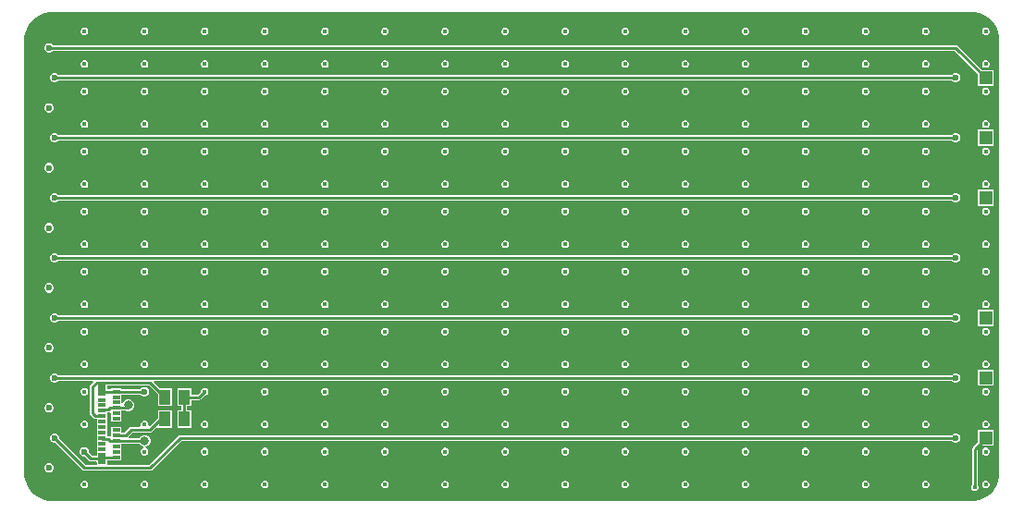
<source format=gbl>
G04*
G04 #@! TF.GenerationSoftware,Altium Limited,CircuitMaker,2.3.0 (3)*
G04*
G04 Layer_Physical_Order=4*
G04 Layer_Color=11436288*
%FSLAX25Y25*%
%MOIN*%
G70*
G04*
G04 #@! TF.SameCoordinates,2CB11315-EA6C-4568-8D24-B69FFBB62024*
G04*
G04*
G04 #@! TF.FilePolarity,Positive*
G04*
G01*
G75*
%ADD10C,0.01000*%
%ADD22R,0.04724X0.04724*%
%ADD23C,0.03150*%
%ADD24C,0.02362*%
%ADD25C,0.01772*%
%ADD32R,0.02756X0.01181*%
%ADD33R,0.02756X0.03937*%
%ADD34R,0.03937X0.05315*%
G36*
X444295Y275797D02*
X446115Y275043D01*
X447753Y273949D01*
X449145Y272556D01*
X450240Y270918D01*
X450994Y269098D01*
X451378Y267166D01*
Y266181D01*
Y110000D01*
Y109015D01*
X450994Y107083D01*
X450240Y105263D01*
X449145Y103625D01*
X447753Y102233D01*
X446115Y101138D01*
X444295Y100384D01*
X442363Y100000D01*
X109015D01*
X107083Y100384D01*
X105263Y101138D01*
X103625Y102233D01*
X102233Y103625D01*
X101138Y105263D01*
X100384Y107083D01*
X100000Y109015D01*
Y110000D01*
Y266181D01*
Y267166D01*
X100384Y269098D01*
X101138Y270918D01*
X102233Y272556D01*
X103625Y273949D01*
X105263Y275043D01*
X107083Y275797D01*
X109015Y276181D01*
X442363D01*
X444295Y275797D01*
D02*
G37*
%LPC*%
G36*
X446732Y270677D02*
X446181D01*
X445672Y270466D01*
X445282Y270076D01*
X445071Y269567D01*
Y269016D01*
X445282Y268506D01*
X445672Y268116D01*
X446181Y267905D01*
X446732D01*
X447242Y268116D01*
X447632Y268506D01*
X447843Y269016D01*
Y269567D01*
X447632Y270076D01*
X447242Y270466D01*
X446732Y270677D01*
D02*
G37*
G36*
X425079D02*
X424528D01*
X424018Y270466D01*
X423628Y270076D01*
X423417Y269567D01*
Y269016D01*
X423628Y268506D01*
X424018Y268116D01*
X424528Y267905D01*
X425079D01*
X425588Y268116D01*
X425978Y268506D01*
X426189Y269016D01*
Y269567D01*
X425978Y270076D01*
X425588Y270466D01*
X425079Y270677D01*
D02*
G37*
G36*
X403425D02*
X402874D01*
X402365Y270466D01*
X401975Y270076D01*
X401764Y269567D01*
Y269016D01*
X401975Y268506D01*
X402365Y268116D01*
X402874Y267905D01*
X403425D01*
X403935Y268116D01*
X404324Y268506D01*
X404535Y269016D01*
Y269567D01*
X404324Y270076D01*
X403935Y270466D01*
X403425Y270677D01*
D02*
G37*
G36*
X381772D02*
X381220D01*
X380711Y270466D01*
X380321Y270076D01*
X380110Y269567D01*
Y269016D01*
X380321Y268506D01*
X380711Y268116D01*
X381220Y267905D01*
X381772D01*
X382281Y268116D01*
X382671Y268506D01*
X382882Y269016D01*
Y269567D01*
X382671Y270076D01*
X382281Y270466D01*
X381772Y270677D01*
D02*
G37*
G36*
X360118D02*
X359567D01*
X359057Y270466D01*
X358668Y270076D01*
X358457Y269567D01*
Y269016D01*
X358668Y268506D01*
X359057Y268116D01*
X359567Y267905D01*
X360118D01*
X360628Y268116D01*
X361017Y268506D01*
X361228Y269016D01*
Y269567D01*
X361017Y270076D01*
X360628Y270466D01*
X360118Y270677D01*
D02*
G37*
G36*
X338465D02*
X337913D01*
X337404Y270466D01*
X337014Y270076D01*
X336803Y269567D01*
Y269016D01*
X337014Y268506D01*
X337404Y268116D01*
X337913Y267905D01*
X338465D01*
X338974Y268116D01*
X339364Y268506D01*
X339575Y269016D01*
Y269567D01*
X339364Y270076D01*
X338974Y270466D01*
X338465Y270677D01*
D02*
G37*
G36*
X316811D02*
X316260D01*
X315750Y270466D01*
X315361Y270076D01*
X315150Y269567D01*
Y269016D01*
X315361Y268506D01*
X315750Y268116D01*
X316260Y267905D01*
X316811D01*
X317320Y268116D01*
X317710Y268506D01*
X317921Y269016D01*
Y269567D01*
X317710Y270076D01*
X317320Y270466D01*
X316811Y270677D01*
D02*
G37*
G36*
X295158D02*
X294606D01*
X294097Y270466D01*
X293707Y270076D01*
X293496Y269567D01*
Y269016D01*
X293707Y268506D01*
X294097Y268116D01*
X294606Y267905D01*
X295158D01*
X295667Y268116D01*
X296057Y268506D01*
X296268Y269016D01*
Y269567D01*
X296057Y270076D01*
X295667Y270466D01*
X295158Y270677D01*
D02*
G37*
G36*
X273504D02*
X272953D01*
X272443Y270466D01*
X272054Y270076D01*
X271843Y269567D01*
Y269016D01*
X272054Y268506D01*
X272443Y268116D01*
X272953Y267905D01*
X273504D01*
X274013Y268116D01*
X274403Y268506D01*
X274614Y269016D01*
Y269567D01*
X274403Y270076D01*
X274013Y270466D01*
X273504Y270677D01*
D02*
G37*
G36*
X251851D02*
X251299D01*
X250790Y270466D01*
X250400Y270076D01*
X250189Y269567D01*
Y269016D01*
X250400Y268506D01*
X250790Y268116D01*
X251299Y267905D01*
X251851D01*
X252360Y268116D01*
X252750Y268506D01*
X252961Y269016D01*
Y269567D01*
X252750Y270076D01*
X252360Y270466D01*
X251851Y270677D01*
D02*
G37*
G36*
X230197D02*
X229646D01*
X229136Y270466D01*
X228746Y270076D01*
X228535Y269567D01*
Y269016D01*
X228746Y268506D01*
X229136Y268116D01*
X229646Y267905D01*
X230197D01*
X230706Y268116D01*
X231096Y268506D01*
X231307Y269016D01*
Y269567D01*
X231096Y270076D01*
X230706Y270466D01*
X230197Y270677D01*
D02*
G37*
G36*
X208543D02*
X207992D01*
X207483Y270466D01*
X207093Y270076D01*
X206882Y269567D01*
Y269016D01*
X207093Y268506D01*
X207483Y268116D01*
X207992Y267905D01*
X208543D01*
X209053Y268116D01*
X209442Y268506D01*
X209653Y269016D01*
Y269567D01*
X209442Y270076D01*
X209053Y270466D01*
X208543Y270677D01*
D02*
G37*
G36*
X186890D02*
X186338D01*
X185829Y270466D01*
X185439Y270076D01*
X185228Y269567D01*
Y269016D01*
X185439Y268506D01*
X185829Y268116D01*
X186338Y267905D01*
X186890D01*
X187399Y268116D01*
X187789Y268506D01*
X188000Y269016D01*
Y269567D01*
X187789Y270076D01*
X187399Y270466D01*
X186890Y270677D01*
D02*
G37*
G36*
X165236D02*
X164685D01*
X164176Y270466D01*
X163786Y270076D01*
X163575Y269567D01*
Y269016D01*
X163786Y268506D01*
X164176Y268116D01*
X164685Y267905D01*
X165236D01*
X165746Y268116D01*
X166136Y268506D01*
X166346Y269016D01*
Y269567D01*
X166136Y270076D01*
X165746Y270466D01*
X165236Y270677D01*
D02*
G37*
G36*
X143583D02*
X143031D01*
X142522Y270466D01*
X142132Y270076D01*
X141921Y269567D01*
Y269016D01*
X142132Y268506D01*
X142522Y268116D01*
X143031Y267905D01*
X143583D01*
X144092Y268116D01*
X144482Y268506D01*
X144693Y269016D01*
Y269567D01*
X144482Y270076D01*
X144092Y270466D01*
X143583Y270677D01*
D02*
G37*
G36*
X121929D02*
X121378D01*
X120869Y270466D01*
X120479Y270076D01*
X120268Y269567D01*
Y269016D01*
X120479Y268506D01*
X120869Y268116D01*
X121378Y267905D01*
X121929D01*
X122439Y268116D01*
X122828Y268506D01*
X123039Y269016D01*
Y269567D01*
X122828Y270076D01*
X122439Y270466D01*
X121929Y270677D01*
D02*
G37*
G36*
X446732Y258866D02*
X446181D01*
X445672Y258655D01*
X445282Y258265D01*
X445071Y257756D01*
Y257205D01*
X445282Y256695D01*
X445672Y256306D01*
X446181Y256095D01*
X446732D01*
X447242Y256306D01*
X447632Y256695D01*
X447843Y257205D01*
Y257756D01*
X447632Y258265D01*
X447242Y258655D01*
X446732Y258866D01*
D02*
G37*
G36*
X425079D02*
X424528D01*
X424018Y258655D01*
X423628Y258265D01*
X423417Y257756D01*
Y257205D01*
X423628Y256695D01*
X424018Y256306D01*
X424528Y256095D01*
X425079D01*
X425588Y256306D01*
X425978Y256695D01*
X426189Y257205D01*
Y257756D01*
X425978Y258265D01*
X425588Y258655D01*
X425079Y258866D01*
D02*
G37*
G36*
X403425D02*
X402874D01*
X402365Y258655D01*
X401975Y258265D01*
X401764Y257756D01*
Y257205D01*
X401975Y256695D01*
X402365Y256306D01*
X402874Y256095D01*
X403425D01*
X403935Y256306D01*
X404324Y256695D01*
X404535Y257205D01*
Y257756D01*
X404324Y258265D01*
X403935Y258655D01*
X403425Y258866D01*
D02*
G37*
G36*
X381772D02*
X381220D01*
X380711Y258655D01*
X380321Y258265D01*
X380110Y257756D01*
Y257205D01*
X380321Y256695D01*
X380711Y256306D01*
X381220Y256095D01*
X381772D01*
X382281Y256306D01*
X382671Y256695D01*
X382882Y257205D01*
Y257756D01*
X382671Y258265D01*
X382281Y258655D01*
X381772Y258866D01*
D02*
G37*
G36*
X360118D02*
X359567D01*
X359057Y258655D01*
X358668Y258265D01*
X358457Y257756D01*
Y257205D01*
X358668Y256695D01*
X359057Y256306D01*
X359567Y256095D01*
X360118D01*
X360628Y256306D01*
X361017Y256695D01*
X361228Y257205D01*
Y257756D01*
X361017Y258265D01*
X360628Y258655D01*
X360118Y258866D01*
D02*
G37*
G36*
X338465D02*
X337913D01*
X337404Y258655D01*
X337014Y258265D01*
X336803Y257756D01*
Y257205D01*
X337014Y256695D01*
X337404Y256306D01*
X337913Y256095D01*
X338465D01*
X338974Y256306D01*
X339364Y256695D01*
X339575Y257205D01*
Y257756D01*
X339364Y258265D01*
X338974Y258655D01*
X338465Y258866D01*
D02*
G37*
G36*
X316811D02*
X316260D01*
X315750Y258655D01*
X315361Y258265D01*
X315150Y257756D01*
Y257205D01*
X315361Y256695D01*
X315750Y256306D01*
X316260Y256095D01*
X316811D01*
X317320Y256306D01*
X317710Y256695D01*
X317921Y257205D01*
Y257756D01*
X317710Y258265D01*
X317320Y258655D01*
X316811Y258866D01*
D02*
G37*
G36*
X295158D02*
X294606D01*
X294097Y258655D01*
X293707Y258265D01*
X293496Y257756D01*
Y257205D01*
X293707Y256695D01*
X294097Y256306D01*
X294606Y256095D01*
X295158D01*
X295667Y256306D01*
X296057Y256695D01*
X296268Y257205D01*
Y257756D01*
X296057Y258265D01*
X295667Y258655D01*
X295158Y258866D01*
D02*
G37*
G36*
X273504D02*
X272953D01*
X272443Y258655D01*
X272054Y258265D01*
X271843Y257756D01*
Y257205D01*
X272054Y256695D01*
X272443Y256306D01*
X272953Y256095D01*
X273504D01*
X274013Y256306D01*
X274403Y256695D01*
X274614Y257205D01*
Y257756D01*
X274403Y258265D01*
X274013Y258655D01*
X273504Y258866D01*
D02*
G37*
G36*
X251851D02*
X251299D01*
X250790Y258655D01*
X250400Y258265D01*
X250189Y257756D01*
Y257205D01*
X250400Y256695D01*
X250790Y256306D01*
X251299Y256095D01*
X251851D01*
X252360Y256306D01*
X252750Y256695D01*
X252961Y257205D01*
Y257756D01*
X252750Y258265D01*
X252360Y258655D01*
X251851Y258866D01*
D02*
G37*
G36*
X230197D02*
X229646D01*
X229136Y258655D01*
X228746Y258265D01*
X228535Y257756D01*
Y257205D01*
X228746Y256695D01*
X229136Y256306D01*
X229646Y256095D01*
X230197D01*
X230706Y256306D01*
X231096Y256695D01*
X231307Y257205D01*
Y257756D01*
X231096Y258265D01*
X230706Y258655D01*
X230197Y258866D01*
D02*
G37*
G36*
X208543D02*
X207992D01*
X207483Y258655D01*
X207093Y258265D01*
X206882Y257756D01*
Y257205D01*
X207093Y256695D01*
X207483Y256306D01*
X207992Y256095D01*
X208543D01*
X209053Y256306D01*
X209442Y256695D01*
X209653Y257205D01*
Y257756D01*
X209442Y258265D01*
X209053Y258655D01*
X208543Y258866D01*
D02*
G37*
G36*
X186890D02*
X186338D01*
X185829Y258655D01*
X185439Y258265D01*
X185228Y257756D01*
Y257205D01*
X185439Y256695D01*
X185829Y256306D01*
X186338Y256095D01*
X186890D01*
X187399Y256306D01*
X187789Y256695D01*
X188000Y257205D01*
Y257756D01*
X187789Y258265D01*
X187399Y258655D01*
X186890Y258866D01*
D02*
G37*
G36*
X165236D02*
X164685D01*
X164176Y258655D01*
X163786Y258265D01*
X163575Y257756D01*
Y257205D01*
X163786Y256695D01*
X164176Y256306D01*
X164685Y256095D01*
X165236D01*
X165746Y256306D01*
X166136Y256695D01*
X166346Y257205D01*
Y257756D01*
X166136Y258265D01*
X165746Y258655D01*
X165236Y258866D01*
D02*
G37*
G36*
X143583D02*
X143031D01*
X142522Y258655D01*
X142132Y258265D01*
X141921Y257756D01*
Y257205D01*
X142132Y256695D01*
X142522Y256306D01*
X143031Y256095D01*
X143583D01*
X144092Y256306D01*
X144482Y256695D01*
X144693Y257205D01*
Y257756D01*
X144482Y258265D01*
X144092Y258655D01*
X143583Y258866D01*
D02*
G37*
G36*
X121929D02*
X121378D01*
X120869Y258655D01*
X120479Y258265D01*
X120268Y257756D01*
Y257205D01*
X120479Y256695D01*
X120869Y256306D01*
X121378Y256095D01*
X121929D01*
X122439Y256306D01*
X122828Y256695D01*
X123039Y257205D01*
Y257756D01*
X122828Y258265D01*
X122439Y258655D01*
X121929Y258866D01*
D02*
G37*
G36*
X435964Y254240D02*
X435295D01*
X434678Y253984D01*
X434272Y253579D01*
X112185D01*
X111779Y253984D01*
X111161Y254240D01*
X110492D01*
X109874Y253984D01*
X109402Y253511D01*
X109146Y252893D01*
Y252225D01*
X109402Y251607D01*
X109874Y251134D01*
X110492Y250878D01*
X111161D01*
X111779Y251134D01*
X112185Y251539D01*
X434272D01*
X434678Y251134D01*
X435295Y250878D01*
X435964D01*
X436582Y251134D01*
X437055Y251607D01*
X437311Y252225D01*
Y252893D01*
X437055Y253511D01*
X436582Y253984D01*
X435964Y254240D01*
D02*
G37*
G36*
X109193Y265067D02*
X108524D01*
X107906Y264811D01*
X107433Y264338D01*
X107177Y263720D01*
Y263051D01*
X107433Y262434D01*
X107906Y261961D01*
X108524Y261705D01*
X109193D01*
X109810Y261961D01*
X110216Y262366D01*
X435208D01*
X443595Y253979D01*
Y249697D01*
X449319D01*
Y255421D01*
X445036D01*
X436351Y264107D01*
X436020Y264328D01*
X435630Y264405D01*
X110216D01*
X109810Y264811D01*
X109193Y265067D01*
D02*
G37*
G36*
X446732Y249024D02*
X446181D01*
X445672Y248813D01*
X445282Y248423D01*
X445071Y247914D01*
Y247362D01*
X445282Y246853D01*
X445672Y246463D01*
X446181Y246252D01*
X446732D01*
X447242Y246463D01*
X447632Y246853D01*
X447843Y247362D01*
Y247914D01*
X447632Y248423D01*
X447242Y248813D01*
X446732Y249024D01*
D02*
G37*
G36*
X425079D02*
X424528D01*
X424018Y248813D01*
X423628Y248423D01*
X423417Y247914D01*
Y247362D01*
X423628Y246853D01*
X424018Y246463D01*
X424528Y246252D01*
X425079D01*
X425588Y246463D01*
X425978Y246853D01*
X426189Y247362D01*
Y247914D01*
X425978Y248423D01*
X425588Y248813D01*
X425079Y249024D01*
D02*
G37*
G36*
X403425D02*
X402874D01*
X402365Y248813D01*
X401975Y248423D01*
X401764Y247914D01*
Y247362D01*
X401975Y246853D01*
X402365Y246463D01*
X402874Y246252D01*
X403425D01*
X403935Y246463D01*
X404324Y246853D01*
X404535Y247362D01*
Y247914D01*
X404324Y248423D01*
X403935Y248813D01*
X403425Y249024D01*
D02*
G37*
G36*
X381772D02*
X381220D01*
X380711Y248813D01*
X380321Y248423D01*
X380110Y247914D01*
Y247362D01*
X380321Y246853D01*
X380711Y246463D01*
X381220Y246252D01*
X381772D01*
X382281Y246463D01*
X382671Y246853D01*
X382882Y247362D01*
Y247914D01*
X382671Y248423D01*
X382281Y248813D01*
X381772Y249024D01*
D02*
G37*
G36*
X360118D02*
X359567D01*
X359057Y248813D01*
X358668Y248423D01*
X358457Y247914D01*
Y247362D01*
X358668Y246853D01*
X359057Y246463D01*
X359567Y246252D01*
X360118D01*
X360628Y246463D01*
X361017Y246853D01*
X361228Y247362D01*
Y247914D01*
X361017Y248423D01*
X360628Y248813D01*
X360118Y249024D01*
D02*
G37*
G36*
X338465D02*
X337913D01*
X337404Y248813D01*
X337014Y248423D01*
X336803Y247914D01*
Y247362D01*
X337014Y246853D01*
X337404Y246463D01*
X337913Y246252D01*
X338465D01*
X338974Y246463D01*
X339364Y246853D01*
X339575Y247362D01*
Y247914D01*
X339364Y248423D01*
X338974Y248813D01*
X338465Y249024D01*
D02*
G37*
G36*
X316811D02*
X316260D01*
X315750Y248813D01*
X315361Y248423D01*
X315150Y247914D01*
Y247362D01*
X315361Y246853D01*
X315750Y246463D01*
X316260Y246252D01*
X316811D01*
X317320Y246463D01*
X317710Y246853D01*
X317921Y247362D01*
Y247914D01*
X317710Y248423D01*
X317320Y248813D01*
X316811Y249024D01*
D02*
G37*
G36*
X295158D02*
X294606D01*
X294097Y248813D01*
X293707Y248423D01*
X293496Y247914D01*
Y247362D01*
X293707Y246853D01*
X294097Y246463D01*
X294606Y246252D01*
X295158D01*
X295667Y246463D01*
X296057Y246853D01*
X296268Y247362D01*
Y247914D01*
X296057Y248423D01*
X295667Y248813D01*
X295158Y249024D01*
D02*
G37*
G36*
X273504D02*
X272953D01*
X272443Y248813D01*
X272054Y248423D01*
X271843Y247914D01*
Y247362D01*
X272054Y246853D01*
X272443Y246463D01*
X272953Y246252D01*
X273504D01*
X274013Y246463D01*
X274403Y246853D01*
X274614Y247362D01*
Y247914D01*
X274403Y248423D01*
X274013Y248813D01*
X273504Y249024D01*
D02*
G37*
G36*
X251851D02*
X251299D01*
X250790Y248813D01*
X250400Y248423D01*
X250189Y247914D01*
Y247362D01*
X250400Y246853D01*
X250790Y246463D01*
X251299Y246252D01*
X251851D01*
X252360Y246463D01*
X252750Y246853D01*
X252961Y247362D01*
Y247914D01*
X252750Y248423D01*
X252360Y248813D01*
X251851Y249024D01*
D02*
G37*
G36*
X230197D02*
X229646D01*
X229136Y248813D01*
X228746Y248423D01*
X228535Y247914D01*
Y247362D01*
X228746Y246853D01*
X229136Y246463D01*
X229646Y246252D01*
X230197D01*
X230706Y246463D01*
X231096Y246853D01*
X231307Y247362D01*
Y247914D01*
X231096Y248423D01*
X230706Y248813D01*
X230197Y249024D01*
D02*
G37*
G36*
X208543D02*
X207992D01*
X207483Y248813D01*
X207093Y248423D01*
X206882Y247914D01*
Y247362D01*
X207093Y246853D01*
X207483Y246463D01*
X207992Y246252D01*
X208543D01*
X209053Y246463D01*
X209442Y246853D01*
X209653Y247362D01*
Y247914D01*
X209442Y248423D01*
X209053Y248813D01*
X208543Y249024D01*
D02*
G37*
G36*
X186890D02*
X186338D01*
X185829Y248813D01*
X185439Y248423D01*
X185228Y247914D01*
Y247362D01*
X185439Y246853D01*
X185829Y246463D01*
X186338Y246252D01*
X186890D01*
X187399Y246463D01*
X187789Y246853D01*
X188000Y247362D01*
Y247914D01*
X187789Y248423D01*
X187399Y248813D01*
X186890Y249024D01*
D02*
G37*
G36*
X165236D02*
X164685D01*
X164176Y248813D01*
X163786Y248423D01*
X163575Y247914D01*
Y247362D01*
X163786Y246853D01*
X164176Y246463D01*
X164685Y246252D01*
X165236D01*
X165746Y246463D01*
X166136Y246853D01*
X166346Y247362D01*
Y247914D01*
X166136Y248423D01*
X165746Y248813D01*
X165236Y249024D01*
D02*
G37*
G36*
X143583D02*
X143031D01*
X142522Y248813D01*
X142132Y248423D01*
X141921Y247914D01*
Y247362D01*
X142132Y246853D01*
X142522Y246463D01*
X143031Y246252D01*
X143583D01*
X144092Y246463D01*
X144482Y246853D01*
X144693Y247362D01*
Y247914D01*
X144482Y248423D01*
X144092Y248813D01*
X143583Y249024D01*
D02*
G37*
G36*
X121929D02*
X121378D01*
X120869Y248813D01*
X120479Y248423D01*
X120268Y247914D01*
Y247362D01*
X120479Y246853D01*
X120869Y246463D01*
X121378Y246252D01*
X121929D01*
X122439Y246463D01*
X122828Y246853D01*
X123039Y247362D01*
Y247914D01*
X122828Y248423D01*
X122439Y248813D01*
X121929Y249024D01*
D02*
G37*
G36*
X109193Y243413D02*
X108524D01*
X107906Y243157D01*
X107433Y242685D01*
X107177Y242067D01*
Y241398D01*
X107433Y240780D01*
X107906Y240307D01*
X108524Y240051D01*
X109193D01*
X109810Y240307D01*
X110283Y240780D01*
X110539Y241398D01*
Y242067D01*
X110283Y242685D01*
X109810Y243157D01*
X109193Y243413D01*
D02*
G37*
G36*
X446732Y237213D02*
X446181D01*
X445672Y237002D01*
X445282Y236612D01*
X445071Y236102D01*
Y235551D01*
X445282Y235042D01*
X445672Y234652D01*
X446181Y234441D01*
X446732D01*
X447242Y234652D01*
X447632Y235042D01*
X447843Y235551D01*
Y236102D01*
X447632Y236612D01*
X447242Y237002D01*
X446732Y237213D01*
D02*
G37*
G36*
X425079D02*
X424528D01*
X424018Y237002D01*
X423628Y236612D01*
X423417Y236102D01*
Y235551D01*
X423628Y235042D01*
X424018Y234652D01*
X424528Y234441D01*
X425079D01*
X425588Y234652D01*
X425978Y235042D01*
X426189Y235551D01*
Y236102D01*
X425978Y236612D01*
X425588Y237002D01*
X425079Y237213D01*
D02*
G37*
G36*
X403425D02*
X402874D01*
X402365Y237002D01*
X401975Y236612D01*
X401764Y236102D01*
Y235551D01*
X401975Y235042D01*
X402365Y234652D01*
X402874Y234441D01*
X403425D01*
X403935Y234652D01*
X404324Y235042D01*
X404535Y235551D01*
Y236102D01*
X404324Y236612D01*
X403935Y237002D01*
X403425Y237213D01*
D02*
G37*
G36*
X381772D02*
X381220D01*
X380711Y237002D01*
X380321Y236612D01*
X380110Y236102D01*
Y235551D01*
X380321Y235042D01*
X380711Y234652D01*
X381220Y234441D01*
X381772D01*
X382281Y234652D01*
X382671Y235042D01*
X382882Y235551D01*
Y236102D01*
X382671Y236612D01*
X382281Y237002D01*
X381772Y237213D01*
D02*
G37*
G36*
X360118D02*
X359567D01*
X359057Y237002D01*
X358668Y236612D01*
X358457Y236102D01*
Y235551D01*
X358668Y235042D01*
X359057Y234652D01*
X359567Y234441D01*
X360118D01*
X360628Y234652D01*
X361017Y235042D01*
X361228Y235551D01*
Y236102D01*
X361017Y236612D01*
X360628Y237002D01*
X360118Y237213D01*
D02*
G37*
G36*
X338465D02*
X337913D01*
X337404Y237002D01*
X337014Y236612D01*
X336803Y236102D01*
Y235551D01*
X337014Y235042D01*
X337404Y234652D01*
X337913Y234441D01*
X338465D01*
X338974Y234652D01*
X339364Y235042D01*
X339575Y235551D01*
Y236102D01*
X339364Y236612D01*
X338974Y237002D01*
X338465Y237213D01*
D02*
G37*
G36*
X316811D02*
X316260D01*
X315750Y237002D01*
X315361Y236612D01*
X315150Y236102D01*
Y235551D01*
X315361Y235042D01*
X315750Y234652D01*
X316260Y234441D01*
X316811D01*
X317320Y234652D01*
X317710Y235042D01*
X317921Y235551D01*
Y236102D01*
X317710Y236612D01*
X317320Y237002D01*
X316811Y237213D01*
D02*
G37*
G36*
X295158D02*
X294606D01*
X294097Y237002D01*
X293707Y236612D01*
X293496Y236102D01*
Y235551D01*
X293707Y235042D01*
X294097Y234652D01*
X294606Y234441D01*
X295158D01*
X295667Y234652D01*
X296057Y235042D01*
X296268Y235551D01*
Y236102D01*
X296057Y236612D01*
X295667Y237002D01*
X295158Y237213D01*
D02*
G37*
G36*
X273504D02*
X272953D01*
X272443Y237002D01*
X272054Y236612D01*
X271843Y236102D01*
Y235551D01*
X272054Y235042D01*
X272443Y234652D01*
X272953Y234441D01*
X273504D01*
X274013Y234652D01*
X274403Y235042D01*
X274614Y235551D01*
Y236102D01*
X274403Y236612D01*
X274013Y237002D01*
X273504Y237213D01*
D02*
G37*
G36*
X251851D02*
X251299D01*
X250790Y237002D01*
X250400Y236612D01*
X250189Y236102D01*
Y235551D01*
X250400Y235042D01*
X250790Y234652D01*
X251299Y234441D01*
X251851D01*
X252360Y234652D01*
X252750Y235042D01*
X252961Y235551D01*
Y236102D01*
X252750Y236612D01*
X252360Y237002D01*
X251851Y237213D01*
D02*
G37*
G36*
X230197D02*
X229646D01*
X229136Y237002D01*
X228746Y236612D01*
X228535Y236102D01*
Y235551D01*
X228746Y235042D01*
X229136Y234652D01*
X229646Y234441D01*
X230197D01*
X230706Y234652D01*
X231096Y235042D01*
X231307Y235551D01*
Y236102D01*
X231096Y236612D01*
X230706Y237002D01*
X230197Y237213D01*
D02*
G37*
G36*
X208543D02*
X207992D01*
X207483Y237002D01*
X207093Y236612D01*
X206882Y236102D01*
Y235551D01*
X207093Y235042D01*
X207483Y234652D01*
X207992Y234441D01*
X208543D01*
X209053Y234652D01*
X209442Y235042D01*
X209653Y235551D01*
Y236102D01*
X209442Y236612D01*
X209053Y237002D01*
X208543Y237213D01*
D02*
G37*
G36*
X186890D02*
X186338D01*
X185829Y237002D01*
X185439Y236612D01*
X185228Y236102D01*
Y235551D01*
X185439Y235042D01*
X185829Y234652D01*
X186338Y234441D01*
X186890D01*
X187399Y234652D01*
X187789Y235042D01*
X188000Y235551D01*
Y236102D01*
X187789Y236612D01*
X187399Y237002D01*
X186890Y237213D01*
D02*
G37*
G36*
X165236D02*
X164685D01*
X164176Y237002D01*
X163786Y236612D01*
X163575Y236102D01*
Y235551D01*
X163786Y235042D01*
X164176Y234652D01*
X164685Y234441D01*
X165236D01*
X165746Y234652D01*
X166136Y235042D01*
X166346Y235551D01*
Y236102D01*
X166136Y236612D01*
X165746Y237002D01*
X165236Y237213D01*
D02*
G37*
G36*
X143583D02*
X143031D01*
X142522Y237002D01*
X142132Y236612D01*
X141921Y236102D01*
Y235551D01*
X142132Y235042D01*
X142522Y234652D01*
X143031Y234441D01*
X143583D01*
X144092Y234652D01*
X144482Y235042D01*
X144693Y235551D01*
Y236102D01*
X144482Y236612D01*
X144092Y237002D01*
X143583Y237213D01*
D02*
G37*
G36*
X121929D02*
X121378D01*
X120869Y237002D01*
X120479Y236612D01*
X120268Y236102D01*
Y235551D01*
X120479Y235042D01*
X120869Y234652D01*
X121378Y234441D01*
X121929D01*
X122439Y234652D01*
X122828Y235042D01*
X123039Y235551D01*
Y236102D01*
X122828Y236612D01*
X122439Y237002D01*
X121929Y237213D01*
D02*
G37*
G36*
X435964Y232587D02*
X435295D01*
X434678Y232331D01*
X434272Y231925D01*
X112185D01*
X111779Y232331D01*
X111161Y232587D01*
X110492D01*
X109874Y232331D01*
X109402Y231858D01*
X109146Y231240D01*
Y230571D01*
X109402Y229953D01*
X109874Y229480D01*
X110492Y229224D01*
X111161D01*
X111779Y229480D01*
X112185Y229886D01*
X434272D01*
X434678Y229480D01*
X435295Y229224D01*
X435964D01*
X436582Y229480D01*
X437055Y229953D01*
X437311Y230571D01*
Y231240D01*
X437055Y231858D01*
X436582Y232331D01*
X435964Y232587D01*
D02*
G37*
G36*
X449319Y233768D02*
X443595D01*
Y228043D01*
X449319D01*
Y233768D01*
D02*
G37*
G36*
X446732Y227370D02*
X446181D01*
X445672Y227159D01*
X445282Y226769D01*
X445071Y226260D01*
Y225709D01*
X445282Y225199D01*
X445672Y224809D01*
X446181Y224598D01*
X446732D01*
X447242Y224809D01*
X447632Y225199D01*
X447843Y225709D01*
Y226260D01*
X447632Y226769D01*
X447242Y227159D01*
X446732Y227370D01*
D02*
G37*
G36*
X425079D02*
X424528D01*
X424018Y227159D01*
X423628Y226769D01*
X423417Y226260D01*
Y225709D01*
X423628Y225199D01*
X424018Y224809D01*
X424528Y224598D01*
X425079D01*
X425588Y224809D01*
X425978Y225199D01*
X426189Y225709D01*
Y226260D01*
X425978Y226769D01*
X425588Y227159D01*
X425079Y227370D01*
D02*
G37*
G36*
X403425D02*
X402874D01*
X402365Y227159D01*
X401975Y226769D01*
X401764Y226260D01*
Y225709D01*
X401975Y225199D01*
X402365Y224809D01*
X402874Y224598D01*
X403425D01*
X403935Y224809D01*
X404324Y225199D01*
X404535Y225709D01*
Y226260D01*
X404324Y226769D01*
X403935Y227159D01*
X403425Y227370D01*
D02*
G37*
G36*
X381772D02*
X381220D01*
X380711Y227159D01*
X380321Y226769D01*
X380110Y226260D01*
Y225709D01*
X380321Y225199D01*
X380711Y224809D01*
X381220Y224598D01*
X381772D01*
X382281Y224809D01*
X382671Y225199D01*
X382882Y225709D01*
Y226260D01*
X382671Y226769D01*
X382281Y227159D01*
X381772Y227370D01*
D02*
G37*
G36*
X360118D02*
X359567D01*
X359057Y227159D01*
X358668Y226769D01*
X358457Y226260D01*
Y225709D01*
X358668Y225199D01*
X359057Y224809D01*
X359567Y224598D01*
X360118D01*
X360628Y224809D01*
X361017Y225199D01*
X361228Y225709D01*
Y226260D01*
X361017Y226769D01*
X360628Y227159D01*
X360118Y227370D01*
D02*
G37*
G36*
X338465D02*
X337913D01*
X337404Y227159D01*
X337014Y226769D01*
X336803Y226260D01*
Y225709D01*
X337014Y225199D01*
X337404Y224809D01*
X337913Y224598D01*
X338465D01*
X338974Y224809D01*
X339364Y225199D01*
X339575Y225709D01*
Y226260D01*
X339364Y226769D01*
X338974Y227159D01*
X338465Y227370D01*
D02*
G37*
G36*
X316811D02*
X316260D01*
X315750Y227159D01*
X315361Y226769D01*
X315150Y226260D01*
Y225709D01*
X315361Y225199D01*
X315750Y224809D01*
X316260Y224598D01*
X316811D01*
X317320Y224809D01*
X317710Y225199D01*
X317921Y225709D01*
Y226260D01*
X317710Y226769D01*
X317320Y227159D01*
X316811Y227370D01*
D02*
G37*
G36*
X295158D02*
X294606D01*
X294097Y227159D01*
X293707Y226769D01*
X293496Y226260D01*
Y225709D01*
X293707Y225199D01*
X294097Y224809D01*
X294606Y224598D01*
X295158D01*
X295667Y224809D01*
X296057Y225199D01*
X296268Y225709D01*
Y226260D01*
X296057Y226769D01*
X295667Y227159D01*
X295158Y227370D01*
D02*
G37*
G36*
X273504D02*
X272953D01*
X272443Y227159D01*
X272054Y226769D01*
X271843Y226260D01*
Y225709D01*
X272054Y225199D01*
X272443Y224809D01*
X272953Y224598D01*
X273504D01*
X274013Y224809D01*
X274403Y225199D01*
X274614Y225709D01*
Y226260D01*
X274403Y226769D01*
X274013Y227159D01*
X273504Y227370D01*
D02*
G37*
G36*
X251851D02*
X251299D01*
X250790Y227159D01*
X250400Y226769D01*
X250189Y226260D01*
Y225709D01*
X250400Y225199D01*
X250790Y224809D01*
X251299Y224598D01*
X251851D01*
X252360Y224809D01*
X252750Y225199D01*
X252961Y225709D01*
Y226260D01*
X252750Y226769D01*
X252360Y227159D01*
X251851Y227370D01*
D02*
G37*
G36*
X230197D02*
X229646D01*
X229136Y227159D01*
X228746Y226769D01*
X228535Y226260D01*
Y225709D01*
X228746Y225199D01*
X229136Y224809D01*
X229646Y224598D01*
X230197D01*
X230706Y224809D01*
X231096Y225199D01*
X231307Y225709D01*
Y226260D01*
X231096Y226769D01*
X230706Y227159D01*
X230197Y227370D01*
D02*
G37*
G36*
X208543D02*
X207992D01*
X207483Y227159D01*
X207093Y226769D01*
X206882Y226260D01*
Y225709D01*
X207093Y225199D01*
X207483Y224809D01*
X207992Y224598D01*
X208543D01*
X209053Y224809D01*
X209442Y225199D01*
X209653Y225709D01*
Y226260D01*
X209442Y226769D01*
X209053Y227159D01*
X208543Y227370D01*
D02*
G37*
G36*
X186890D02*
X186338D01*
X185829Y227159D01*
X185439Y226769D01*
X185228Y226260D01*
Y225709D01*
X185439Y225199D01*
X185829Y224809D01*
X186338Y224598D01*
X186890D01*
X187399Y224809D01*
X187789Y225199D01*
X188000Y225709D01*
Y226260D01*
X187789Y226769D01*
X187399Y227159D01*
X186890Y227370D01*
D02*
G37*
G36*
X165236D02*
X164685D01*
X164176Y227159D01*
X163786Y226769D01*
X163575Y226260D01*
Y225709D01*
X163786Y225199D01*
X164176Y224809D01*
X164685Y224598D01*
X165236D01*
X165746Y224809D01*
X166136Y225199D01*
X166346Y225709D01*
Y226260D01*
X166136Y226769D01*
X165746Y227159D01*
X165236Y227370D01*
D02*
G37*
G36*
X143583D02*
X143031D01*
X142522Y227159D01*
X142132Y226769D01*
X141921Y226260D01*
Y225709D01*
X142132Y225199D01*
X142522Y224809D01*
X143031Y224598D01*
X143583D01*
X144092Y224809D01*
X144482Y225199D01*
X144693Y225709D01*
Y226260D01*
X144482Y226769D01*
X144092Y227159D01*
X143583Y227370D01*
D02*
G37*
G36*
X121929D02*
X121378D01*
X120869Y227159D01*
X120479Y226769D01*
X120268Y226260D01*
Y225709D01*
X120479Y225199D01*
X120869Y224809D01*
X121378Y224598D01*
X121929D01*
X122439Y224809D01*
X122828Y225199D01*
X123039Y225709D01*
Y226260D01*
X122828Y226769D01*
X122439Y227159D01*
X121929Y227370D01*
D02*
G37*
G36*
X109193Y221760D02*
X108524D01*
X107906Y221504D01*
X107433Y221031D01*
X107177Y220413D01*
Y219744D01*
X107433Y219127D01*
X107906Y218654D01*
X108524Y218398D01*
X109193D01*
X109810Y218654D01*
X110283Y219127D01*
X110539Y219744D01*
Y220413D01*
X110283Y221031D01*
X109810Y221504D01*
X109193Y221760D01*
D02*
G37*
G36*
X446732Y215559D02*
X446181D01*
X445672Y215348D01*
X445282Y214958D01*
X445071Y214449D01*
Y213898D01*
X445282Y213388D01*
X445672Y212998D01*
X446181Y212787D01*
X446732D01*
X447242Y212998D01*
X447632Y213388D01*
X447843Y213898D01*
Y214449D01*
X447632Y214958D01*
X447242Y215348D01*
X446732Y215559D01*
D02*
G37*
G36*
X425079D02*
X424528D01*
X424018Y215348D01*
X423628Y214958D01*
X423417Y214449D01*
Y213898D01*
X423628Y213388D01*
X424018Y212998D01*
X424528Y212787D01*
X425079D01*
X425588Y212998D01*
X425978Y213388D01*
X426189Y213898D01*
Y214449D01*
X425978Y214958D01*
X425588Y215348D01*
X425079Y215559D01*
D02*
G37*
G36*
X403425D02*
X402874D01*
X402365Y215348D01*
X401975Y214958D01*
X401764Y214449D01*
Y213898D01*
X401975Y213388D01*
X402365Y212998D01*
X402874Y212787D01*
X403425D01*
X403935Y212998D01*
X404324Y213388D01*
X404535Y213898D01*
Y214449D01*
X404324Y214958D01*
X403935Y215348D01*
X403425Y215559D01*
D02*
G37*
G36*
X381772D02*
X381220D01*
X380711Y215348D01*
X380321Y214958D01*
X380110Y214449D01*
Y213898D01*
X380321Y213388D01*
X380711Y212998D01*
X381220Y212787D01*
X381772D01*
X382281Y212998D01*
X382671Y213388D01*
X382882Y213898D01*
Y214449D01*
X382671Y214958D01*
X382281Y215348D01*
X381772Y215559D01*
D02*
G37*
G36*
X360118D02*
X359567D01*
X359057Y215348D01*
X358668Y214958D01*
X358457Y214449D01*
Y213898D01*
X358668Y213388D01*
X359057Y212998D01*
X359567Y212787D01*
X360118D01*
X360628Y212998D01*
X361017Y213388D01*
X361228Y213898D01*
Y214449D01*
X361017Y214958D01*
X360628Y215348D01*
X360118Y215559D01*
D02*
G37*
G36*
X338465D02*
X337913D01*
X337404Y215348D01*
X337014Y214958D01*
X336803Y214449D01*
Y213898D01*
X337014Y213388D01*
X337404Y212998D01*
X337913Y212787D01*
X338465D01*
X338974Y212998D01*
X339364Y213388D01*
X339575Y213898D01*
Y214449D01*
X339364Y214958D01*
X338974Y215348D01*
X338465Y215559D01*
D02*
G37*
G36*
X316811D02*
X316260D01*
X315750Y215348D01*
X315361Y214958D01*
X315150Y214449D01*
Y213898D01*
X315361Y213388D01*
X315750Y212998D01*
X316260Y212787D01*
X316811D01*
X317320Y212998D01*
X317710Y213388D01*
X317921Y213898D01*
Y214449D01*
X317710Y214958D01*
X317320Y215348D01*
X316811Y215559D01*
D02*
G37*
G36*
X295158D02*
X294606D01*
X294097Y215348D01*
X293707Y214958D01*
X293496Y214449D01*
Y213898D01*
X293707Y213388D01*
X294097Y212998D01*
X294606Y212787D01*
X295158D01*
X295667Y212998D01*
X296057Y213388D01*
X296268Y213898D01*
Y214449D01*
X296057Y214958D01*
X295667Y215348D01*
X295158Y215559D01*
D02*
G37*
G36*
X273504D02*
X272953D01*
X272443Y215348D01*
X272054Y214958D01*
X271843Y214449D01*
Y213898D01*
X272054Y213388D01*
X272443Y212998D01*
X272953Y212787D01*
X273504D01*
X274013Y212998D01*
X274403Y213388D01*
X274614Y213898D01*
Y214449D01*
X274403Y214958D01*
X274013Y215348D01*
X273504Y215559D01*
D02*
G37*
G36*
X251851D02*
X251299D01*
X250790Y215348D01*
X250400Y214958D01*
X250189Y214449D01*
Y213898D01*
X250400Y213388D01*
X250790Y212998D01*
X251299Y212787D01*
X251851D01*
X252360Y212998D01*
X252750Y213388D01*
X252961Y213898D01*
Y214449D01*
X252750Y214958D01*
X252360Y215348D01*
X251851Y215559D01*
D02*
G37*
G36*
X230197D02*
X229646D01*
X229136Y215348D01*
X228746Y214958D01*
X228535Y214449D01*
Y213898D01*
X228746Y213388D01*
X229136Y212998D01*
X229646Y212787D01*
X230197D01*
X230706Y212998D01*
X231096Y213388D01*
X231307Y213898D01*
Y214449D01*
X231096Y214958D01*
X230706Y215348D01*
X230197Y215559D01*
D02*
G37*
G36*
X208543D02*
X207992D01*
X207483Y215348D01*
X207093Y214958D01*
X206882Y214449D01*
Y213898D01*
X207093Y213388D01*
X207483Y212998D01*
X207992Y212787D01*
X208543D01*
X209053Y212998D01*
X209442Y213388D01*
X209653Y213898D01*
Y214449D01*
X209442Y214958D01*
X209053Y215348D01*
X208543Y215559D01*
D02*
G37*
G36*
X186890D02*
X186338D01*
X185829Y215348D01*
X185439Y214958D01*
X185228Y214449D01*
Y213898D01*
X185439Y213388D01*
X185829Y212998D01*
X186338Y212787D01*
X186890D01*
X187399Y212998D01*
X187789Y213388D01*
X188000Y213898D01*
Y214449D01*
X187789Y214958D01*
X187399Y215348D01*
X186890Y215559D01*
D02*
G37*
G36*
X165236D02*
X164685D01*
X164176Y215348D01*
X163786Y214958D01*
X163575Y214449D01*
Y213898D01*
X163786Y213388D01*
X164176Y212998D01*
X164685Y212787D01*
X165236D01*
X165746Y212998D01*
X166136Y213388D01*
X166346Y213898D01*
Y214449D01*
X166136Y214958D01*
X165746Y215348D01*
X165236Y215559D01*
D02*
G37*
G36*
X143583D02*
X143031D01*
X142522Y215348D01*
X142132Y214958D01*
X141921Y214449D01*
Y213898D01*
X142132Y213388D01*
X142522Y212998D01*
X143031Y212787D01*
X143583D01*
X144092Y212998D01*
X144482Y213388D01*
X144693Y213898D01*
Y214449D01*
X144482Y214958D01*
X144092Y215348D01*
X143583Y215559D01*
D02*
G37*
G36*
X121929D02*
X121378D01*
X120869Y215348D01*
X120479Y214958D01*
X120268Y214449D01*
Y213898D01*
X120479Y213388D01*
X120869Y212998D01*
X121378Y212787D01*
X121929D01*
X122439Y212998D01*
X122828Y213388D01*
X123039Y213898D01*
Y214449D01*
X122828Y214958D01*
X122439Y215348D01*
X121929Y215559D01*
D02*
G37*
G36*
X435964Y210933D02*
X435295D01*
X434678Y210677D01*
X434272Y210272D01*
X112185D01*
X111779Y210677D01*
X111161Y210933D01*
X110492D01*
X109874Y210677D01*
X109402Y210204D01*
X109146Y209586D01*
Y208918D01*
X109402Y208300D01*
X109874Y207827D01*
X110492Y207571D01*
X111161D01*
X111779Y207827D01*
X112185Y208232D01*
X434272D01*
X434678Y207827D01*
X435295Y207571D01*
X435964D01*
X436582Y207827D01*
X437055Y208300D01*
X437311Y208918D01*
Y209586D01*
X437055Y210204D01*
X436582Y210677D01*
X435964Y210933D01*
D02*
G37*
G36*
X449319Y212114D02*
X443595D01*
Y206390D01*
X449319D01*
Y212114D01*
D02*
G37*
G36*
X446732Y205716D02*
X446181D01*
X445672Y205506D01*
X445282Y205116D01*
X445071Y204606D01*
Y204055D01*
X445282Y203546D01*
X445672Y203156D01*
X446181Y202945D01*
X446732D01*
X447242Y203156D01*
X447632Y203546D01*
X447843Y204055D01*
Y204606D01*
X447632Y205116D01*
X447242Y205506D01*
X446732Y205716D01*
D02*
G37*
G36*
X425079D02*
X424528D01*
X424018Y205506D01*
X423628Y205116D01*
X423417Y204606D01*
Y204055D01*
X423628Y203546D01*
X424018Y203156D01*
X424528Y202945D01*
X425079D01*
X425588Y203156D01*
X425978Y203546D01*
X426189Y204055D01*
Y204606D01*
X425978Y205116D01*
X425588Y205506D01*
X425079Y205716D01*
D02*
G37*
G36*
X403425D02*
X402874D01*
X402365Y205506D01*
X401975Y205116D01*
X401764Y204606D01*
Y204055D01*
X401975Y203546D01*
X402365Y203156D01*
X402874Y202945D01*
X403425D01*
X403935Y203156D01*
X404324Y203546D01*
X404535Y204055D01*
Y204606D01*
X404324Y205116D01*
X403935Y205506D01*
X403425Y205716D01*
D02*
G37*
G36*
X381772D02*
X381220D01*
X380711Y205506D01*
X380321Y205116D01*
X380110Y204606D01*
Y204055D01*
X380321Y203546D01*
X380711Y203156D01*
X381220Y202945D01*
X381772D01*
X382281Y203156D01*
X382671Y203546D01*
X382882Y204055D01*
Y204606D01*
X382671Y205116D01*
X382281Y205506D01*
X381772Y205716D01*
D02*
G37*
G36*
X360118D02*
X359567D01*
X359057Y205506D01*
X358668Y205116D01*
X358457Y204606D01*
Y204055D01*
X358668Y203546D01*
X359057Y203156D01*
X359567Y202945D01*
X360118D01*
X360628Y203156D01*
X361017Y203546D01*
X361228Y204055D01*
Y204606D01*
X361017Y205116D01*
X360628Y205506D01*
X360118Y205716D01*
D02*
G37*
G36*
X338465D02*
X337913D01*
X337404Y205506D01*
X337014Y205116D01*
X336803Y204606D01*
Y204055D01*
X337014Y203546D01*
X337404Y203156D01*
X337913Y202945D01*
X338465D01*
X338974Y203156D01*
X339364Y203546D01*
X339575Y204055D01*
Y204606D01*
X339364Y205116D01*
X338974Y205506D01*
X338465Y205716D01*
D02*
G37*
G36*
X316811D02*
X316260D01*
X315750Y205506D01*
X315361Y205116D01*
X315150Y204606D01*
Y204055D01*
X315361Y203546D01*
X315750Y203156D01*
X316260Y202945D01*
X316811D01*
X317320Y203156D01*
X317710Y203546D01*
X317921Y204055D01*
Y204606D01*
X317710Y205116D01*
X317320Y205506D01*
X316811Y205716D01*
D02*
G37*
G36*
X295158D02*
X294606D01*
X294097Y205506D01*
X293707Y205116D01*
X293496Y204606D01*
Y204055D01*
X293707Y203546D01*
X294097Y203156D01*
X294606Y202945D01*
X295158D01*
X295667Y203156D01*
X296057Y203546D01*
X296268Y204055D01*
Y204606D01*
X296057Y205116D01*
X295667Y205506D01*
X295158Y205716D01*
D02*
G37*
G36*
X273504D02*
X272953D01*
X272443Y205506D01*
X272054Y205116D01*
X271843Y204606D01*
Y204055D01*
X272054Y203546D01*
X272443Y203156D01*
X272953Y202945D01*
X273504D01*
X274013Y203156D01*
X274403Y203546D01*
X274614Y204055D01*
Y204606D01*
X274403Y205116D01*
X274013Y205506D01*
X273504Y205716D01*
D02*
G37*
G36*
X251851D02*
X251299D01*
X250790Y205506D01*
X250400Y205116D01*
X250189Y204606D01*
Y204055D01*
X250400Y203546D01*
X250790Y203156D01*
X251299Y202945D01*
X251851D01*
X252360Y203156D01*
X252750Y203546D01*
X252961Y204055D01*
Y204606D01*
X252750Y205116D01*
X252360Y205506D01*
X251851Y205716D01*
D02*
G37*
G36*
X230197D02*
X229646D01*
X229136Y205506D01*
X228746Y205116D01*
X228535Y204606D01*
Y204055D01*
X228746Y203546D01*
X229136Y203156D01*
X229646Y202945D01*
X230197D01*
X230706Y203156D01*
X231096Y203546D01*
X231307Y204055D01*
Y204606D01*
X231096Y205116D01*
X230706Y205506D01*
X230197Y205716D01*
D02*
G37*
G36*
X208543D02*
X207992D01*
X207483Y205506D01*
X207093Y205116D01*
X206882Y204606D01*
Y204055D01*
X207093Y203546D01*
X207483Y203156D01*
X207992Y202945D01*
X208543D01*
X209053Y203156D01*
X209442Y203546D01*
X209653Y204055D01*
Y204606D01*
X209442Y205116D01*
X209053Y205506D01*
X208543Y205716D01*
D02*
G37*
G36*
X186890D02*
X186338D01*
X185829Y205506D01*
X185439Y205116D01*
X185228Y204606D01*
Y204055D01*
X185439Y203546D01*
X185829Y203156D01*
X186338Y202945D01*
X186890D01*
X187399Y203156D01*
X187789Y203546D01*
X188000Y204055D01*
Y204606D01*
X187789Y205116D01*
X187399Y205506D01*
X186890Y205716D01*
D02*
G37*
G36*
X165236D02*
X164685D01*
X164176Y205506D01*
X163786Y205116D01*
X163575Y204606D01*
Y204055D01*
X163786Y203546D01*
X164176Y203156D01*
X164685Y202945D01*
X165236D01*
X165746Y203156D01*
X166136Y203546D01*
X166346Y204055D01*
Y204606D01*
X166136Y205116D01*
X165746Y205506D01*
X165236Y205716D01*
D02*
G37*
G36*
X143583D02*
X143031D01*
X142522Y205506D01*
X142132Y205116D01*
X141921Y204606D01*
Y204055D01*
X142132Y203546D01*
X142522Y203156D01*
X143031Y202945D01*
X143583D01*
X144092Y203156D01*
X144482Y203546D01*
X144693Y204055D01*
Y204606D01*
X144482Y205116D01*
X144092Y205506D01*
X143583Y205716D01*
D02*
G37*
G36*
X121929D02*
X121378D01*
X120869Y205506D01*
X120479Y205116D01*
X120268Y204606D01*
Y204055D01*
X120479Y203546D01*
X120869Y203156D01*
X121378Y202945D01*
X121929D01*
X122439Y203156D01*
X122828Y203546D01*
X123039Y204055D01*
Y204606D01*
X122828Y205116D01*
X122439Y205506D01*
X121929Y205716D01*
D02*
G37*
G36*
X109193Y200106D02*
X108524D01*
X107906Y199850D01*
X107433Y199378D01*
X107177Y198760D01*
Y198091D01*
X107433Y197473D01*
X107906Y197000D01*
X108524Y196744D01*
X109193D01*
X109810Y197000D01*
X110283Y197473D01*
X110539Y198091D01*
Y198760D01*
X110283Y199378D01*
X109810Y199850D01*
X109193Y200106D01*
D02*
G37*
G36*
X446732Y193905D02*
X446181D01*
X445672Y193694D01*
X445282Y193305D01*
X445071Y192795D01*
Y192244D01*
X445282Y191735D01*
X445672Y191345D01*
X446181Y191134D01*
X446732D01*
X447242Y191345D01*
X447632Y191735D01*
X447843Y192244D01*
Y192795D01*
X447632Y193305D01*
X447242Y193694D01*
X446732Y193905D01*
D02*
G37*
G36*
X425079D02*
X424528D01*
X424018Y193694D01*
X423628Y193305D01*
X423417Y192795D01*
Y192244D01*
X423628Y191735D01*
X424018Y191345D01*
X424528Y191134D01*
X425079D01*
X425588Y191345D01*
X425978Y191735D01*
X426189Y192244D01*
Y192795D01*
X425978Y193305D01*
X425588Y193694D01*
X425079Y193905D01*
D02*
G37*
G36*
X403425D02*
X402874D01*
X402365Y193694D01*
X401975Y193305D01*
X401764Y192795D01*
Y192244D01*
X401975Y191735D01*
X402365Y191345D01*
X402874Y191134D01*
X403425D01*
X403935Y191345D01*
X404324Y191735D01*
X404535Y192244D01*
Y192795D01*
X404324Y193305D01*
X403935Y193694D01*
X403425Y193905D01*
D02*
G37*
G36*
X381772D02*
X381220D01*
X380711Y193694D01*
X380321Y193305D01*
X380110Y192795D01*
Y192244D01*
X380321Y191735D01*
X380711Y191345D01*
X381220Y191134D01*
X381772D01*
X382281Y191345D01*
X382671Y191735D01*
X382882Y192244D01*
Y192795D01*
X382671Y193305D01*
X382281Y193694D01*
X381772Y193905D01*
D02*
G37*
G36*
X360118D02*
X359567D01*
X359057Y193694D01*
X358668Y193305D01*
X358457Y192795D01*
Y192244D01*
X358668Y191735D01*
X359057Y191345D01*
X359567Y191134D01*
X360118D01*
X360628Y191345D01*
X361017Y191735D01*
X361228Y192244D01*
Y192795D01*
X361017Y193305D01*
X360628Y193694D01*
X360118Y193905D01*
D02*
G37*
G36*
X338465D02*
X337913D01*
X337404Y193694D01*
X337014Y193305D01*
X336803Y192795D01*
Y192244D01*
X337014Y191735D01*
X337404Y191345D01*
X337913Y191134D01*
X338465D01*
X338974Y191345D01*
X339364Y191735D01*
X339575Y192244D01*
Y192795D01*
X339364Y193305D01*
X338974Y193694D01*
X338465Y193905D01*
D02*
G37*
G36*
X316811D02*
X316260D01*
X315750Y193694D01*
X315361Y193305D01*
X315150Y192795D01*
Y192244D01*
X315361Y191735D01*
X315750Y191345D01*
X316260Y191134D01*
X316811D01*
X317320Y191345D01*
X317710Y191735D01*
X317921Y192244D01*
Y192795D01*
X317710Y193305D01*
X317320Y193694D01*
X316811Y193905D01*
D02*
G37*
G36*
X295158D02*
X294606D01*
X294097Y193694D01*
X293707Y193305D01*
X293496Y192795D01*
Y192244D01*
X293707Y191735D01*
X294097Y191345D01*
X294606Y191134D01*
X295158D01*
X295667Y191345D01*
X296057Y191735D01*
X296268Y192244D01*
Y192795D01*
X296057Y193305D01*
X295667Y193694D01*
X295158Y193905D01*
D02*
G37*
G36*
X273504D02*
X272953D01*
X272443Y193694D01*
X272054Y193305D01*
X271843Y192795D01*
Y192244D01*
X272054Y191735D01*
X272443Y191345D01*
X272953Y191134D01*
X273504D01*
X274013Y191345D01*
X274403Y191735D01*
X274614Y192244D01*
Y192795D01*
X274403Y193305D01*
X274013Y193694D01*
X273504Y193905D01*
D02*
G37*
G36*
X251851D02*
X251299D01*
X250790Y193694D01*
X250400Y193305D01*
X250189Y192795D01*
Y192244D01*
X250400Y191735D01*
X250790Y191345D01*
X251299Y191134D01*
X251851D01*
X252360Y191345D01*
X252750Y191735D01*
X252961Y192244D01*
Y192795D01*
X252750Y193305D01*
X252360Y193694D01*
X251851Y193905D01*
D02*
G37*
G36*
X230197D02*
X229646D01*
X229136Y193694D01*
X228746Y193305D01*
X228535Y192795D01*
Y192244D01*
X228746Y191735D01*
X229136Y191345D01*
X229646Y191134D01*
X230197D01*
X230706Y191345D01*
X231096Y191735D01*
X231307Y192244D01*
Y192795D01*
X231096Y193305D01*
X230706Y193694D01*
X230197Y193905D01*
D02*
G37*
G36*
X208543D02*
X207992D01*
X207483Y193694D01*
X207093Y193305D01*
X206882Y192795D01*
Y192244D01*
X207093Y191735D01*
X207483Y191345D01*
X207992Y191134D01*
X208543D01*
X209053Y191345D01*
X209442Y191735D01*
X209653Y192244D01*
Y192795D01*
X209442Y193305D01*
X209053Y193694D01*
X208543Y193905D01*
D02*
G37*
G36*
X186890D02*
X186338D01*
X185829Y193694D01*
X185439Y193305D01*
X185228Y192795D01*
Y192244D01*
X185439Y191735D01*
X185829Y191345D01*
X186338Y191134D01*
X186890D01*
X187399Y191345D01*
X187789Y191735D01*
X188000Y192244D01*
Y192795D01*
X187789Y193305D01*
X187399Y193694D01*
X186890Y193905D01*
D02*
G37*
G36*
X165236D02*
X164685D01*
X164176Y193694D01*
X163786Y193305D01*
X163575Y192795D01*
Y192244D01*
X163786Y191735D01*
X164176Y191345D01*
X164685Y191134D01*
X165236D01*
X165746Y191345D01*
X166136Y191735D01*
X166346Y192244D01*
Y192795D01*
X166136Y193305D01*
X165746Y193694D01*
X165236Y193905D01*
D02*
G37*
G36*
X143583D02*
X143031D01*
X142522Y193694D01*
X142132Y193305D01*
X141921Y192795D01*
Y192244D01*
X142132Y191735D01*
X142522Y191345D01*
X143031Y191134D01*
X143583D01*
X144092Y191345D01*
X144482Y191735D01*
X144693Y192244D01*
Y192795D01*
X144482Y193305D01*
X144092Y193694D01*
X143583Y193905D01*
D02*
G37*
G36*
X121929D02*
X121378D01*
X120869Y193694D01*
X120479Y193305D01*
X120268Y192795D01*
Y192244D01*
X120479Y191735D01*
X120869Y191345D01*
X121378Y191134D01*
X121929D01*
X122439Y191345D01*
X122828Y191735D01*
X123039Y192244D01*
Y192795D01*
X122828Y193305D01*
X122439Y193694D01*
X121929Y193905D01*
D02*
G37*
G36*
X435964Y189279D02*
X435295D01*
X434678Y189024D01*
X434272Y188618D01*
X112185D01*
X111779Y189024D01*
X111161Y189279D01*
X110492D01*
X109874Y189024D01*
X109402Y188551D01*
X109146Y187933D01*
Y187264D01*
X109402Y186646D01*
X109874Y186173D01*
X110492Y185917D01*
X111161D01*
X111779Y186173D01*
X112185Y186579D01*
X434272D01*
X434678Y186173D01*
X435295Y185917D01*
X435964D01*
X436582Y186173D01*
X437055Y186646D01*
X437311Y187264D01*
Y187933D01*
X437055Y188551D01*
X436582Y189024D01*
X435964Y189279D01*
D02*
G37*
G36*
X446732Y184063D02*
X446181D01*
X445672Y183852D01*
X445282Y183462D01*
X445071Y182953D01*
Y182402D01*
X445282Y181892D01*
X445672Y181502D01*
X446181Y181291D01*
X446732D01*
X447242Y181502D01*
X447632Y181892D01*
X447843Y182402D01*
Y182953D01*
X447632Y183462D01*
X447242Y183852D01*
X446732Y184063D01*
D02*
G37*
G36*
X425079D02*
X424528D01*
X424018Y183852D01*
X423628Y183462D01*
X423417Y182953D01*
Y182402D01*
X423628Y181892D01*
X424018Y181502D01*
X424528Y181291D01*
X425079D01*
X425588Y181502D01*
X425978Y181892D01*
X426189Y182402D01*
Y182953D01*
X425978Y183462D01*
X425588Y183852D01*
X425079Y184063D01*
D02*
G37*
G36*
X403425D02*
X402874D01*
X402365Y183852D01*
X401975Y183462D01*
X401764Y182953D01*
Y182402D01*
X401975Y181892D01*
X402365Y181502D01*
X402874Y181291D01*
X403425D01*
X403935Y181502D01*
X404324Y181892D01*
X404535Y182402D01*
Y182953D01*
X404324Y183462D01*
X403935Y183852D01*
X403425Y184063D01*
D02*
G37*
G36*
X381772D02*
X381220D01*
X380711Y183852D01*
X380321Y183462D01*
X380110Y182953D01*
Y182402D01*
X380321Y181892D01*
X380711Y181502D01*
X381220Y181291D01*
X381772D01*
X382281Y181502D01*
X382671Y181892D01*
X382882Y182402D01*
Y182953D01*
X382671Y183462D01*
X382281Y183852D01*
X381772Y184063D01*
D02*
G37*
G36*
X360118D02*
X359567D01*
X359057Y183852D01*
X358668Y183462D01*
X358457Y182953D01*
Y182402D01*
X358668Y181892D01*
X359057Y181502D01*
X359567Y181291D01*
X360118D01*
X360628Y181502D01*
X361017Y181892D01*
X361228Y182402D01*
Y182953D01*
X361017Y183462D01*
X360628Y183852D01*
X360118Y184063D01*
D02*
G37*
G36*
X338465D02*
X337913D01*
X337404Y183852D01*
X337014Y183462D01*
X336803Y182953D01*
Y182402D01*
X337014Y181892D01*
X337404Y181502D01*
X337913Y181291D01*
X338465D01*
X338974Y181502D01*
X339364Y181892D01*
X339575Y182402D01*
Y182953D01*
X339364Y183462D01*
X338974Y183852D01*
X338465Y184063D01*
D02*
G37*
G36*
X316811D02*
X316260D01*
X315750Y183852D01*
X315361Y183462D01*
X315150Y182953D01*
Y182402D01*
X315361Y181892D01*
X315750Y181502D01*
X316260Y181291D01*
X316811D01*
X317320Y181502D01*
X317710Y181892D01*
X317921Y182402D01*
Y182953D01*
X317710Y183462D01*
X317320Y183852D01*
X316811Y184063D01*
D02*
G37*
G36*
X295158D02*
X294606D01*
X294097Y183852D01*
X293707Y183462D01*
X293496Y182953D01*
Y182402D01*
X293707Y181892D01*
X294097Y181502D01*
X294606Y181291D01*
X295158D01*
X295667Y181502D01*
X296057Y181892D01*
X296268Y182402D01*
Y182953D01*
X296057Y183462D01*
X295667Y183852D01*
X295158Y184063D01*
D02*
G37*
G36*
X273504D02*
X272953D01*
X272443Y183852D01*
X272054Y183462D01*
X271843Y182953D01*
Y182402D01*
X272054Y181892D01*
X272443Y181502D01*
X272953Y181291D01*
X273504D01*
X274013Y181502D01*
X274403Y181892D01*
X274614Y182402D01*
Y182953D01*
X274403Y183462D01*
X274013Y183852D01*
X273504Y184063D01*
D02*
G37*
G36*
X251851D02*
X251299D01*
X250790Y183852D01*
X250400Y183462D01*
X250189Y182953D01*
Y182402D01*
X250400Y181892D01*
X250790Y181502D01*
X251299Y181291D01*
X251851D01*
X252360Y181502D01*
X252750Y181892D01*
X252961Y182402D01*
Y182953D01*
X252750Y183462D01*
X252360Y183852D01*
X251851Y184063D01*
D02*
G37*
G36*
X230197D02*
X229646D01*
X229136Y183852D01*
X228746Y183462D01*
X228535Y182953D01*
Y182402D01*
X228746Y181892D01*
X229136Y181502D01*
X229646Y181291D01*
X230197D01*
X230706Y181502D01*
X231096Y181892D01*
X231307Y182402D01*
Y182953D01*
X231096Y183462D01*
X230706Y183852D01*
X230197Y184063D01*
D02*
G37*
G36*
X208543D02*
X207992D01*
X207483Y183852D01*
X207093Y183462D01*
X206882Y182953D01*
Y182402D01*
X207093Y181892D01*
X207483Y181502D01*
X207992Y181291D01*
X208543D01*
X209053Y181502D01*
X209442Y181892D01*
X209653Y182402D01*
Y182953D01*
X209442Y183462D01*
X209053Y183852D01*
X208543Y184063D01*
D02*
G37*
G36*
X186890D02*
X186338D01*
X185829Y183852D01*
X185439Y183462D01*
X185228Y182953D01*
Y182402D01*
X185439Y181892D01*
X185829Y181502D01*
X186338Y181291D01*
X186890D01*
X187399Y181502D01*
X187789Y181892D01*
X188000Y182402D01*
Y182953D01*
X187789Y183462D01*
X187399Y183852D01*
X186890Y184063D01*
D02*
G37*
G36*
X165236D02*
X164685D01*
X164176Y183852D01*
X163786Y183462D01*
X163575Y182953D01*
Y182402D01*
X163786Y181892D01*
X164176Y181502D01*
X164685Y181291D01*
X165236D01*
X165746Y181502D01*
X166136Y181892D01*
X166346Y182402D01*
Y182953D01*
X166136Y183462D01*
X165746Y183852D01*
X165236Y184063D01*
D02*
G37*
G36*
X143583D02*
X143031D01*
X142522Y183852D01*
X142132Y183462D01*
X141921Y182953D01*
Y182402D01*
X142132Y181892D01*
X142522Y181502D01*
X143031Y181291D01*
X143583D01*
X144092Y181502D01*
X144482Y181892D01*
X144693Y182402D01*
Y182953D01*
X144482Y183462D01*
X144092Y183852D01*
X143583Y184063D01*
D02*
G37*
G36*
X121929D02*
X121378D01*
X120869Y183852D01*
X120479Y183462D01*
X120268Y182953D01*
Y182402D01*
X120479Y181892D01*
X120869Y181502D01*
X121378Y181291D01*
X121929D01*
X122439Y181502D01*
X122828Y181892D01*
X123039Y182402D01*
Y182953D01*
X122828Y183462D01*
X122439Y183852D01*
X121929Y184063D01*
D02*
G37*
G36*
X109193Y178453D02*
X108524D01*
X107906Y178197D01*
X107433Y177724D01*
X107177Y177106D01*
Y176437D01*
X107433Y175819D01*
X107906Y175347D01*
X108524Y175091D01*
X109193D01*
X109810Y175347D01*
X110283Y175819D01*
X110539Y176437D01*
Y177106D01*
X110283Y177724D01*
X109810Y178197D01*
X109193Y178453D01*
D02*
G37*
G36*
X446732Y172252D02*
X446181D01*
X445672Y172041D01*
X445282Y171651D01*
X445071Y171142D01*
Y170590D01*
X445282Y170081D01*
X445672Y169691D01*
X446181Y169480D01*
X446732D01*
X447242Y169691D01*
X447632Y170081D01*
X447843Y170590D01*
Y171142D01*
X447632Y171651D01*
X447242Y172041D01*
X446732Y172252D01*
D02*
G37*
G36*
X425079D02*
X424528D01*
X424018Y172041D01*
X423628Y171651D01*
X423417Y171142D01*
Y170590D01*
X423628Y170081D01*
X424018Y169691D01*
X424528Y169480D01*
X425079D01*
X425588Y169691D01*
X425978Y170081D01*
X426189Y170590D01*
Y171142D01*
X425978Y171651D01*
X425588Y172041D01*
X425079Y172252D01*
D02*
G37*
G36*
X403425D02*
X402874D01*
X402365Y172041D01*
X401975Y171651D01*
X401764Y171142D01*
Y170590D01*
X401975Y170081D01*
X402365Y169691D01*
X402874Y169480D01*
X403425D01*
X403935Y169691D01*
X404324Y170081D01*
X404535Y170590D01*
Y171142D01*
X404324Y171651D01*
X403935Y172041D01*
X403425Y172252D01*
D02*
G37*
G36*
X381772D02*
X381220D01*
X380711Y172041D01*
X380321Y171651D01*
X380110Y171142D01*
Y170590D01*
X380321Y170081D01*
X380711Y169691D01*
X381220Y169480D01*
X381772D01*
X382281Y169691D01*
X382671Y170081D01*
X382882Y170590D01*
Y171142D01*
X382671Y171651D01*
X382281Y172041D01*
X381772Y172252D01*
D02*
G37*
G36*
X360118D02*
X359567D01*
X359057Y172041D01*
X358668Y171651D01*
X358457Y171142D01*
Y170590D01*
X358668Y170081D01*
X359057Y169691D01*
X359567Y169480D01*
X360118D01*
X360628Y169691D01*
X361017Y170081D01*
X361228Y170590D01*
Y171142D01*
X361017Y171651D01*
X360628Y172041D01*
X360118Y172252D01*
D02*
G37*
G36*
X338465D02*
X337913D01*
X337404Y172041D01*
X337014Y171651D01*
X336803Y171142D01*
Y170590D01*
X337014Y170081D01*
X337404Y169691D01*
X337913Y169480D01*
X338465D01*
X338974Y169691D01*
X339364Y170081D01*
X339575Y170590D01*
Y171142D01*
X339364Y171651D01*
X338974Y172041D01*
X338465Y172252D01*
D02*
G37*
G36*
X316811D02*
X316260D01*
X315750Y172041D01*
X315361Y171651D01*
X315150Y171142D01*
Y170590D01*
X315361Y170081D01*
X315750Y169691D01*
X316260Y169480D01*
X316811D01*
X317320Y169691D01*
X317710Y170081D01*
X317921Y170590D01*
Y171142D01*
X317710Y171651D01*
X317320Y172041D01*
X316811Y172252D01*
D02*
G37*
G36*
X295158D02*
X294606D01*
X294097Y172041D01*
X293707Y171651D01*
X293496Y171142D01*
Y170590D01*
X293707Y170081D01*
X294097Y169691D01*
X294606Y169480D01*
X295158D01*
X295667Y169691D01*
X296057Y170081D01*
X296268Y170590D01*
Y171142D01*
X296057Y171651D01*
X295667Y172041D01*
X295158Y172252D01*
D02*
G37*
G36*
X273504D02*
X272953D01*
X272443Y172041D01*
X272054Y171651D01*
X271843Y171142D01*
Y170590D01*
X272054Y170081D01*
X272443Y169691D01*
X272953Y169480D01*
X273504D01*
X274013Y169691D01*
X274403Y170081D01*
X274614Y170590D01*
Y171142D01*
X274403Y171651D01*
X274013Y172041D01*
X273504Y172252D01*
D02*
G37*
G36*
X251851D02*
X251299D01*
X250790Y172041D01*
X250400Y171651D01*
X250189Y171142D01*
Y170590D01*
X250400Y170081D01*
X250790Y169691D01*
X251299Y169480D01*
X251851D01*
X252360Y169691D01*
X252750Y170081D01*
X252961Y170590D01*
Y171142D01*
X252750Y171651D01*
X252360Y172041D01*
X251851Y172252D01*
D02*
G37*
G36*
X230197D02*
X229646D01*
X229136Y172041D01*
X228746Y171651D01*
X228535Y171142D01*
Y170590D01*
X228746Y170081D01*
X229136Y169691D01*
X229646Y169480D01*
X230197D01*
X230706Y169691D01*
X231096Y170081D01*
X231307Y170590D01*
Y171142D01*
X231096Y171651D01*
X230706Y172041D01*
X230197Y172252D01*
D02*
G37*
G36*
X208543D02*
X207992D01*
X207483Y172041D01*
X207093Y171651D01*
X206882Y171142D01*
Y170590D01*
X207093Y170081D01*
X207483Y169691D01*
X207992Y169480D01*
X208543D01*
X209053Y169691D01*
X209442Y170081D01*
X209653Y170590D01*
Y171142D01*
X209442Y171651D01*
X209053Y172041D01*
X208543Y172252D01*
D02*
G37*
G36*
X186890D02*
X186338D01*
X185829Y172041D01*
X185439Y171651D01*
X185228Y171142D01*
Y170590D01*
X185439Y170081D01*
X185829Y169691D01*
X186338Y169480D01*
X186890D01*
X187399Y169691D01*
X187789Y170081D01*
X188000Y170590D01*
Y171142D01*
X187789Y171651D01*
X187399Y172041D01*
X186890Y172252D01*
D02*
G37*
G36*
X165236D02*
X164685D01*
X164176Y172041D01*
X163786Y171651D01*
X163575Y171142D01*
Y170590D01*
X163786Y170081D01*
X164176Y169691D01*
X164685Y169480D01*
X165236D01*
X165746Y169691D01*
X166136Y170081D01*
X166346Y170590D01*
Y171142D01*
X166136Y171651D01*
X165746Y172041D01*
X165236Y172252D01*
D02*
G37*
G36*
X143583D02*
X143031D01*
X142522Y172041D01*
X142132Y171651D01*
X141921Y171142D01*
Y170590D01*
X142132Y170081D01*
X142522Y169691D01*
X143031Y169480D01*
X143583D01*
X144092Y169691D01*
X144482Y170081D01*
X144693Y170590D01*
Y171142D01*
X144482Y171651D01*
X144092Y172041D01*
X143583Y172252D01*
D02*
G37*
G36*
X121929D02*
X121378D01*
X120869Y172041D01*
X120479Y171651D01*
X120268Y171142D01*
Y170590D01*
X120479Y170081D01*
X120869Y169691D01*
X121378Y169480D01*
X121929D01*
X122439Y169691D01*
X122828Y170081D01*
X123039Y170590D01*
Y171142D01*
X122828Y171651D01*
X122439Y172041D01*
X121929Y172252D01*
D02*
G37*
G36*
X435964Y167626D02*
X435295D01*
X434678Y167370D01*
X434272Y166964D01*
X112185D01*
X111779Y167370D01*
X111161Y167626D01*
X110492D01*
X109874Y167370D01*
X109402Y166897D01*
X109146Y166279D01*
Y165611D01*
X109402Y164993D01*
X109874Y164520D01*
X110492Y164264D01*
X111161D01*
X111779Y164520D01*
X112185Y164925D01*
X434272D01*
X434678Y164520D01*
X435295Y164264D01*
X435964D01*
X436582Y164520D01*
X437055Y164993D01*
X437311Y165611D01*
Y166279D01*
X437055Y166897D01*
X436582Y167370D01*
X435964Y167626D01*
D02*
G37*
G36*
X449319Y168807D02*
X443595D01*
Y163083D01*
X449319D01*
Y168807D01*
D02*
G37*
G36*
X446732Y162409D02*
X446181D01*
X445672Y162198D01*
X445282Y161809D01*
X445071Y161299D01*
Y160748D01*
X445282Y160239D01*
X445672Y159849D01*
X446181Y159638D01*
X446732D01*
X447242Y159849D01*
X447632Y160239D01*
X447843Y160748D01*
Y161299D01*
X447632Y161809D01*
X447242Y162198D01*
X446732Y162409D01*
D02*
G37*
G36*
X425079D02*
X424528D01*
X424018Y162198D01*
X423628Y161809D01*
X423417Y161299D01*
Y160748D01*
X423628Y160239D01*
X424018Y159849D01*
X424528Y159638D01*
X425079D01*
X425588Y159849D01*
X425978Y160239D01*
X426189Y160748D01*
Y161299D01*
X425978Y161809D01*
X425588Y162198D01*
X425079Y162409D01*
D02*
G37*
G36*
X403425D02*
X402874D01*
X402365Y162198D01*
X401975Y161809D01*
X401764Y161299D01*
Y160748D01*
X401975Y160239D01*
X402365Y159849D01*
X402874Y159638D01*
X403425D01*
X403935Y159849D01*
X404324Y160239D01*
X404535Y160748D01*
Y161299D01*
X404324Y161809D01*
X403935Y162198D01*
X403425Y162409D01*
D02*
G37*
G36*
X381772D02*
X381220D01*
X380711Y162198D01*
X380321Y161809D01*
X380110Y161299D01*
Y160748D01*
X380321Y160239D01*
X380711Y159849D01*
X381220Y159638D01*
X381772D01*
X382281Y159849D01*
X382671Y160239D01*
X382882Y160748D01*
Y161299D01*
X382671Y161809D01*
X382281Y162198D01*
X381772Y162409D01*
D02*
G37*
G36*
X360118D02*
X359567D01*
X359057Y162198D01*
X358668Y161809D01*
X358457Y161299D01*
Y160748D01*
X358668Y160239D01*
X359057Y159849D01*
X359567Y159638D01*
X360118D01*
X360628Y159849D01*
X361017Y160239D01*
X361228Y160748D01*
Y161299D01*
X361017Y161809D01*
X360628Y162198D01*
X360118Y162409D01*
D02*
G37*
G36*
X338465D02*
X337913D01*
X337404Y162198D01*
X337014Y161809D01*
X336803Y161299D01*
Y160748D01*
X337014Y160239D01*
X337404Y159849D01*
X337913Y159638D01*
X338465D01*
X338974Y159849D01*
X339364Y160239D01*
X339575Y160748D01*
Y161299D01*
X339364Y161809D01*
X338974Y162198D01*
X338465Y162409D01*
D02*
G37*
G36*
X316811D02*
X316260D01*
X315750Y162198D01*
X315361Y161809D01*
X315150Y161299D01*
Y160748D01*
X315361Y160239D01*
X315750Y159849D01*
X316260Y159638D01*
X316811D01*
X317320Y159849D01*
X317710Y160239D01*
X317921Y160748D01*
Y161299D01*
X317710Y161809D01*
X317320Y162198D01*
X316811Y162409D01*
D02*
G37*
G36*
X295158D02*
X294606D01*
X294097Y162198D01*
X293707Y161809D01*
X293496Y161299D01*
Y160748D01*
X293707Y160239D01*
X294097Y159849D01*
X294606Y159638D01*
X295158D01*
X295667Y159849D01*
X296057Y160239D01*
X296268Y160748D01*
Y161299D01*
X296057Y161809D01*
X295667Y162198D01*
X295158Y162409D01*
D02*
G37*
G36*
X273504D02*
X272953D01*
X272443Y162198D01*
X272054Y161809D01*
X271843Y161299D01*
Y160748D01*
X272054Y160239D01*
X272443Y159849D01*
X272953Y159638D01*
X273504D01*
X274013Y159849D01*
X274403Y160239D01*
X274614Y160748D01*
Y161299D01*
X274403Y161809D01*
X274013Y162198D01*
X273504Y162409D01*
D02*
G37*
G36*
X251851D02*
X251299D01*
X250790Y162198D01*
X250400Y161809D01*
X250189Y161299D01*
Y160748D01*
X250400Y160239D01*
X250790Y159849D01*
X251299Y159638D01*
X251851D01*
X252360Y159849D01*
X252750Y160239D01*
X252961Y160748D01*
Y161299D01*
X252750Y161809D01*
X252360Y162198D01*
X251851Y162409D01*
D02*
G37*
G36*
X230197D02*
X229646D01*
X229136Y162198D01*
X228746Y161809D01*
X228535Y161299D01*
Y160748D01*
X228746Y160239D01*
X229136Y159849D01*
X229646Y159638D01*
X230197D01*
X230706Y159849D01*
X231096Y160239D01*
X231307Y160748D01*
Y161299D01*
X231096Y161809D01*
X230706Y162198D01*
X230197Y162409D01*
D02*
G37*
G36*
X208543D02*
X207992D01*
X207483Y162198D01*
X207093Y161809D01*
X206882Y161299D01*
Y160748D01*
X207093Y160239D01*
X207483Y159849D01*
X207992Y159638D01*
X208543D01*
X209053Y159849D01*
X209442Y160239D01*
X209653Y160748D01*
Y161299D01*
X209442Y161809D01*
X209053Y162198D01*
X208543Y162409D01*
D02*
G37*
G36*
X186890D02*
X186338D01*
X185829Y162198D01*
X185439Y161809D01*
X185228Y161299D01*
Y160748D01*
X185439Y160239D01*
X185829Y159849D01*
X186338Y159638D01*
X186890D01*
X187399Y159849D01*
X187789Y160239D01*
X188000Y160748D01*
Y161299D01*
X187789Y161809D01*
X187399Y162198D01*
X186890Y162409D01*
D02*
G37*
G36*
X165236D02*
X164685D01*
X164176Y162198D01*
X163786Y161809D01*
X163575Y161299D01*
Y160748D01*
X163786Y160239D01*
X164176Y159849D01*
X164685Y159638D01*
X165236D01*
X165746Y159849D01*
X166136Y160239D01*
X166346Y160748D01*
Y161299D01*
X166136Y161809D01*
X165746Y162198D01*
X165236Y162409D01*
D02*
G37*
G36*
X143583D02*
X143031D01*
X142522Y162198D01*
X142132Y161809D01*
X141921Y161299D01*
Y160748D01*
X142132Y160239D01*
X142522Y159849D01*
X143031Y159638D01*
X143583D01*
X144092Y159849D01*
X144482Y160239D01*
X144693Y160748D01*
Y161299D01*
X144482Y161809D01*
X144092Y162198D01*
X143583Y162409D01*
D02*
G37*
G36*
X121929D02*
X121378D01*
X120869Y162198D01*
X120479Y161809D01*
X120268Y161299D01*
Y160748D01*
X120479Y160239D01*
X120869Y159849D01*
X121378Y159638D01*
X121929D01*
X122439Y159849D01*
X122828Y160239D01*
X123039Y160748D01*
Y161299D01*
X122828Y161809D01*
X122439Y162198D01*
X121929Y162409D01*
D02*
G37*
G36*
X109193Y156799D02*
X108524D01*
X107906Y156543D01*
X107433Y156070D01*
X107177Y155453D01*
Y154784D01*
X107433Y154166D01*
X107906Y153693D01*
X108524Y153437D01*
X109193D01*
X109810Y153693D01*
X110283Y154166D01*
X110539Y154784D01*
Y155453D01*
X110283Y156070D01*
X109810Y156543D01*
X109193Y156799D01*
D02*
G37*
G36*
X446732Y150598D02*
X446181D01*
X445672Y150387D01*
X445282Y149998D01*
X445071Y149488D01*
Y148937D01*
X445282Y148428D01*
X445672Y148038D01*
X446181Y147827D01*
X446732D01*
X447242Y148038D01*
X447632Y148428D01*
X447843Y148937D01*
Y149488D01*
X447632Y149998D01*
X447242Y150387D01*
X446732Y150598D01*
D02*
G37*
G36*
X425079D02*
X424528D01*
X424018Y150387D01*
X423628Y149998D01*
X423417Y149488D01*
Y148937D01*
X423628Y148428D01*
X424018Y148038D01*
X424528Y147827D01*
X425079D01*
X425588Y148038D01*
X425978Y148428D01*
X426189Y148937D01*
Y149488D01*
X425978Y149998D01*
X425588Y150387D01*
X425079Y150598D01*
D02*
G37*
G36*
X403425D02*
X402874D01*
X402365Y150387D01*
X401975Y149998D01*
X401764Y149488D01*
Y148937D01*
X401975Y148428D01*
X402365Y148038D01*
X402874Y147827D01*
X403425D01*
X403935Y148038D01*
X404324Y148428D01*
X404535Y148937D01*
Y149488D01*
X404324Y149998D01*
X403935Y150387D01*
X403425Y150598D01*
D02*
G37*
G36*
X381772D02*
X381220D01*
X380711Y150387D01*
X380321Y149998D01*
X380110Y149488D01*
Y148937D01*
X380321Y148428D01*
X380711Y148038D01*
X381220Y147827D01*
X381772D01*
X382281Y148038D01*
X382671Y148428D01*
X382882Y148937D01*
Y149488D01*
X382671Y149998D01*
X382281Y150387D01*
X381772Y150598D01*
D02*
G37*
G36*
X360118D02*
X359567D01*
X359057Y150387D01*
X358668Y149998D01*
X358457Y149488D01*
Y148937D01*
X358668Y148428D01*
X359057Y148038D01*
X359567Y147827D01*
X360118D01*
X360628Y148038D01*
X361017Y148428D01*
X361228Y148937D01*
Y149488D01*
X361017Y149998D01*
X360628Y150387D01*
X360118Y150598D01*
D02*
G37*
G36*
X338465D02*
X337913D01*
X337404Y150387D01*
X337014Y149998D01*
X336803Y149488D01*
Y148937D01*
X337014Y148428D01*
X337404Y148038D01*
X337913Y147827D01*
X338465D01*
X338974Y148038D01*
X339364Y148428D01*
X339575Y148937D01*
Y149488D01*
X339364Y149998D01*
X338974Y150387D01*
X338465Y150598D01*
D02*
G37*
G36*
X316811D02*
X316260D01*
X315750Y150387D01*
X315361Y149998D01*
X315150Y149488D01*
Y148937D01*
X315361Y148428D01*
X315750Y148038D01*
X316260Y147827D01*
X316811D01*
X317320Y148038D01*
X317710Y148428D01*
X317921Y148937D01*
Y149488D01*
X317710Y149998D01*
X317320Y150387D01*
X316811Y150598D01*
D02*
G37*
G36*
X295158D02*
X294606D01*
X294097Y150387D01*
X293707Y149998D01*
X293496Y149488D01*
Y148937D01*
X293707Y148428D01*
X294097Y148038D01*
X294606Y147827D01*
X295158D01*
X295667Y148038D01*
X296057Y148428D01*
X296268Y148937D01*
Y149488D01*
X296057Y149998D01*
X295667Y150387D01*
X295158Y150598D01*
D02*
G37*
G36*
X273504D02*
X272953D01*
X272443Y150387D01*
X272054Y149998D01*
X271843Y149488D01*
Y148937D01*
X272054Y148428D01*
X272443Y148038D01*
X272953Y147827D01*
X273504D01*
X274013Y148038D01*
X274403Y148428D01*
X274614Y148937D01*
Y149488D01*
X274403Y149998D01*
X274013Y150387D01*
X273504Y150598D01*
D02*
G37*
G36*
X251851D02*
X251299D01*
X250790Y150387D01*
X250400Y149998D01*
X250189Y149488D01*
Y148937D01*
X250400Y148428D01*
X250790Y148038D01*
X251299Y147827D01*
X251851D01*
X252360Y148038D01*
X252750Y148428D01*
X252961Y148937D01*
Y149488D01*
X252750Y149998D01*
X252360Y150387D01*
X251851Y150598D01*
D02*
G37*
G36*
X230197D02*
X229646D01*
X229136Y150387D01*
X228746Y149998D01*
X228535Y149488D01*
Y148937D01*
X228746Y148428D01*
X229136Y148038D01*
X229646Y147827D01*
X230197D01*
X230706Y148038D01*
X231096Y148428D01*
X231307Y148937D01*
Y149488D01*
X231096Y149998D01*
X230706Y150387D01*
X230197Y150598D01*
D02*
G37*
G36*
X208543D02*
X207992D01*
X207483Y150387D01*
X207093Y149998D01*
X206882Y149488D01*
Y148937D01*
X207093Y148428D01*
X207483Y148038D01*
X207992Y147827D01*
X208543D01*
X209053Y148038D01*
X209442Y148428D01*
X209653Y148937D01*
Y149488D01*
X209442Y149998D01*
X209053Y150387D01*
X208543Y150598D01*
D02*
G37*
G36*
X186890D02*
X186338D01*
X185829Y150387D01*
X185439Y149998D01*
X185228Y149488D01*
Y148937D01*
X185439Y148428D01*
X185829Y148038D01*
X186338Y147827D01*
X186890D01*
X187399Y148038D01*
X187789Y148428D01*
X188000Y148937D01*
Y149488D01*
X187789Y149998D01*
X187399Y150387D01*
X186890Y150598D01*
D02*
G37*
G36*
X165236D02*
X164685D01*
X164176Y150387D01*
X163786Y149998D01*
X163575Y149488D01*
Y148937D01*
X163786Y148428D01*
X164176Y148038D01*
X164685Y147827D01*
X165236D01*
X165746Y148038D01*
X166136Y148428D01*
X166346Y148937D01*
Y149488D01*
X166136Y149998D01*
X165746Y150387D01*
X165236Y150598D01*
D02*
G37*
G36*
X143583D02*
X143031D01*
X142522Y150387D01*
X142132Y149998D01*
X141921Y149488D01*
Y148937D01*
X142132Y148428D01*
X142522Y148038D01*
X143031Y147827D01*
X143583D01*
X144092Y148038D01*
X144482Y148428D01*
X144693Y148937D01*
Y149488D01*
X144482Y149998D01*
X144092Y150387D01*
X143583Y150598D01*
D02*
G37*
G36*
X121929D02*
X121378D01*
X120869Y150387D01*
X120479Y149998D01*
X120268Y149488D01*
Y148937D01*
X120479Y148428D01*
X120869Y148038D01*
X121378Y147827D01*
X121929D01*
X122439Y148038D01*
X122828Y148428D01*
X123039Y148937D01*
Y149488D01*
X122828Y149998D01*
X122439Y150387D01*
X121929Y150598D01*
D02*
G37*
G36*
X435964Y145972D02*
X435295D01*
X434678Y145717D01*
X434272Y145311D01*
X112185D01*
X111779Y145717D01*
X111161Y145972D01*
X110492D01*
X109874Y145717D01*
X109402Y145244D01*
X109146Y144626D01*
Y143957D01*
X109402Y143339D01*
X109874Y142866D01*
X110492Y142610D01*
X111161D01*
X111779Y142866D01*
X112185Y143272D01*
X124605D01*
X124796Y142810D01*
X123885Y141899D01*
X123664Y141568D01*
X123587Y141178D01*
Y131496D01*
X123664Y131106D01*
X123885Y130775D01*
X124870Y129791D01*
X125200Y129570D01*
X125591Y129492D01*
X126075D01*
Y127453D01*
Y123516D01*
Y119579D01*
Y116374D01*
X124438D01*
X123335Y117477D01*
Y118051D01*
X123079Y118669D01*
X122606Y119142D01*
X121988Y119398D01*
X121319D01*
X120701Y119142D01*
X120228Y118669D01*
X119972Y118051D01*
Y117382D01*
X120228Y116764D01*
X120701Y116291D01*
X121319Y116035D01*
X121893D01*
X123295Y114633D01*
X123626Y114412D01*
X124016Y114335D01*
X125721D01*
X126075Y113981D01*
X126075Y112886D01*
X125598Y112831D01*
X122076D01*
X112508Y122399D01*
Y122972D01*
X112252Y123590D01*
X111779Y124063D01*
X111161Y124319D01*
X110492D01*
X109874Y124063D01*
X109402Y123590D01*
X109146Y122972D01*
Y122303D01*
X109402Y121686D01*
X109874Y121213D01*
X110492Y120957D01*
X111066D01*
X120933Y111090D01*
X121263Y110869D01*
X121653Y110791D01*
X145276D01*
X145666Y110869D01*
X145996Y111090D01*
X156525Y121618D01*
X434272D01*
X434678Y121213D01*
X435295Y120957D01*
X435964D01*
X436582Y121213D01*
X437055Y121686D01*
X437311Y122303D01*
Y122972D01*
X437055Y123590D01*
X436582Y124063D01*
X435964Y124319D01*
X435295D01*
X434678Y124063D01*
X434272Y123657D01*
X156102D01*
X155712Y123580D01*
X155381Y123359D01*
X144853Y112831D01*
X130308D01*
X129831Y112886D01*
X129831Y113331D01*
Y114728D01*
X131193D01*
Y114657D01*
X134949D01*
Y116626D01*
Y120634D01*
X141484D01*
X141548Y120478D01*
X142132Y119895D01*
X142894Y119579D01*
X142974D01*
X143031Y119102D01*
X142522Y118891D01*
X142132Y118501D01*
X141921Y117992D01*
Y117441D01*
X142132Y116931D01*
X142522Y116542D01*
X143031Y116331D01*
X143583D01*
X144092Y116542D01*
X144482Y116931D01*
X144693Y117441D01*
Y117992D01*
X144482Y118501D01*
X144092Y118891D01*
X143583Y119102D01*
X143640Y119579D01*
X143720D01*
X144482Y119895D01*
X145066Y120478D01*
X145382Y121241D01*
Y122066D01*
X145066Y122829D01*
X144482Y123413D01*
X143720Y123728D01*
X142894D01*
X142132Y123413D01*
X141548Y122829D01*
X141484Y122673D01*
X137618D01*
X137410Y123173D01*
X138808Y124571D01*
X145276D01*
X145666Y124649D01*
X145997Y124870D01*
X147680Y126553D01*
X148122Y126370D01*
Y126370D01*
X153059D01*
Y132685D01*
X148122D01*
Y129879D01*
X145126Y126883D01*
X145069Y126905D01*
X144693Y127283D01*
Y127835D01*
X144482Y128344D01*
X144092Y128734D01*
X143583Y128945D01*
X143031D01*
X142522Y128734D01*
X142132Y128344D01*
X141921Y127835D01*
Y127283D01*
X141993Y127110D01*
X141659Y126610D01*
X138386D01*
X137996Y126532D01*
X137665Y126312D01*
X135995Y124642D01*
X134949D01*
Y126681D01*
X131193D01*
Y123488D01*
X130729Y123207D01*
X130693Y123207D01*
X130331Y123280D01*
X129831D01*
Y127453D01*
Y131839D01*
X130331D01*
X130693Y131911D01*
X130729Y131912D01*
X131193Y131630D01*
Y128437D01*
X134949D01*
Y132445D01*
X136417D01*
X136688Y132499D01*
X136989Y132374D01*
X137814D01*
X138577Y132690D01*
X139161Y133274D01*
X139476Y134036D01*
Y134862D01*
X139161Y135624D01*
X138577Y136208D01*
X137814Y136524D01*
X136989D01*
X136226Y136208D01*
X135643Y135624D01*
X135449Y135156D01*
X134949Y135256D01*
Y138350D01*
X141949D01*
X142355Y137945D01*
X142973Y137689D01*
X143641D01*
X144259Y137945D01*
X144732Y138418D01*
X144988Y139036D01*
Y139705D01*
X144732Y140322D01*
X144259Y140795D01*
X143641Y141051D01*
X142973D01*
X142355Y140795D01*
X141949Y140390D01*
X134949D01*
Y140461D01*
X131193D01*
Y140390D01*
X129831D01*
Y141713D01*
X144837D01*
X148122Y138428D01*
Y134244D01*
X153059D01*
Y140559D01*
X148875D01*
X146624Y142810D01*
X146816Y143272D01*
X434272D01*
X434678Y142866D01*
X435295Y142610D01*
X435964D01*
X436582Y142866D01*
X437055Y143339D01*
X437311Y143957D01*
Y144626D01*
X437055Y145244D01*
X436582Y145717D01*
X435964Y145972D01*
D02*
G37*
G36*
X449319Y147153D02*
X443595D01*
Y141429D01*
X449319D01*
Y147153D01*
D02*
G37*
G36*
X165236Y140756D02*
X164685D01*
X164176Y140545D01*
X163786Y140155D01*
X163575Y139646D01*
Y139426D01*
X162570Y138421D01*
X160146D01*
Y140559D01*
X155209D01*
Y134244D01*
X156658D01*
Y132685D01*
X155209D01*
Y126370D01*
X160146D01*
Y132685D01*
X158697D01*
Y134244D01*
X160146D01*
Y136382D01*
X162992D01*
X163382Y136460D01*
X163713Y136681D01*
X165017Y137984D01*
X165236D01*
X165746Y138195D01*
X166136Y138585D01*
X166346Y139094D01*
Y139646D01*
X166136Y140155D01*
X165746Y140545D01*
X165236Y140756D01*
D02*
G37*
G36*
X446732D02*
X446181D01*
X445672Y140545D01*
X445282Y140155D01*
X445071Y139646D01*
Y139094D01*
X445282Y138585D01*
X445672Y138195D01*
X446181Y137984D01*
X446732D01*
X447242Y138195D01*
X447632Y138585D01*
X447843Y139094D01*
Y139646D01*
X447632Y140155D01*
X447242Y140545D01*
X446732Y140756D01*
D02*
G37*
G36*
X425079D02*
X424528D01*
X424018Y140545D01*
X423628Y140155D01*
X423417Y139646D01*
Y139094D01*
X423628Y138585D01*
X424018Y138195D01*
X424528Y137984D01*
X425079D01*
X425588Y138195D01*
X425978Y138585D01*
X426189Y139094D01*
Y139646D01*
X425978Y140155D01*
X425588Y140545D01*
X425079Y140756D01*
D02*
G37*
G36*
X403425D02*
X402874D01*
X402365Y140545D01*
X401975Y140155D01*
X401764Y139646D01*
Y139094D01*
X401975Y138585D01*
X402365Y138195D01*
X402874Y137984D01*
X403425D01*
X403935Y138195D01*
X404324Y138585D01*
X404535Y139094D01*
Y139646D01*
X404324Y140155D01*
X403935Y140545D01*
X403425Y140756D01*
D02*
G37*
G36*
X381772D02*
X381220D01*
X380711Y140545D01*
X380321Y140155D01*
X380110Y139646D01*
Y139094D01*
X380321Y138585D01*
X380711Y138195D01*
X381220Y137984D01*
X381772D01*
X382281Y138195D01*
X382671Y138585D01*
X382882Y139094D01*
Y139646D01*
X382671Y140155D01*
X382281Y140545D01*
X381772Y140756D01*
D02*
G37*
G36*
X360118D02*
X359567D01*
X359057Y140545D01*
X358668Y140155D01*
X358457Y139646D01*
Y139094D01*
X358668Y138585D01*
X359057Y138195D01*
X359567Y137984D01*
X360118D01*
X360628Y138195D01*
X361017Y138585D01*
X361228Y139094D01*
Y139646D01*
X361017Y140155D01*
X360628Y140545D01*
X360118Y140756D01*
D02*
G37*
G36*
X338465D02*
X337913D01*
X337404Y140545D01*
X337014Y140155D01*
X336803Y139646D01*
Y139094D01*
X337014Y138585D01*
X337404Y138195D01*
X337913Y137984D01*
X338465D01*
X338974Y138195D01*
X339364Y138585D01*
X339575Y139094D01*
Y139646D01*
X339364Y140155D01*
X338974Y140545D01*
X338465Y140756D01*
D02*
G37*
G36*
X316811D02*
X316260D01*
X315750Y140545D01*
X315361Y140155D01*
X315150Y139646D01*
Y139094D01*
X315361Y138585D01*
X315750Y138195D01*
X316260Y137984D01*
X316811D01*
X317320Y138195D01*
X317710Y138585D01*
X317921Y139094D01*
Y139646D01*
X317710Y140155D01*
X317320Y140545D01*
X316811Y140756D01*
D02*
G37*
G36*
X295158D02*
X294606D01*
X294097Y140545D01*
X293707Y140155D01*
X293496Y139646D01*
Y139094D01*
X293707Y138585D01*
X294097Y138195D01*
X294606Y137984D01*
X295158D01*
X295667Y138195D01*
X296057Y138585D01*
X296268Y139094D01*
Y139646D01*
X296057Y140155D01*
X295667Y140545D01*
X295158Y140756D01*
D02*
G37*
G36*
X273504D02*
X272953D01*
X272443Y140545D01*
X272054Y140155D01*
X271843Y139646D01*
Y139094D01*
X272054Y138585D01*
X272443Y138195D01*
X272953Y137984D01*
X273504D01*
X274013Y138195D01*
X274403Y138585D01*
X274614Y139094D01*
Y139646D01*
X274403Y140155D01*
X274013Y140545D01*
X273504Y140756D01*
D02*
G37*
G36*
X251851D02*
X251299D01*
X250790Y140545D01*
X250400Y140155D01*
X250189Y139646D01*
Y139094D01*
X250400Y138585D01*
X250790Y138195D01*
X251299Y137984D01*
X251851D01*
X252360Y138195D01*
X252750Y138585D01*
X252961Y139094D01*
Y139646D01*
X252750Y140155D01*
X252360Y140545D01*
X251851Y140756D01*
D02*
G37*
G36*
X230197D02*
X229646D01*
X229136Y140545D01*
X228746Y140155D01*
X228535Y139646D01*
Y139094D01*
X228746Y138585D01*
X229136Y138195D01*
X229646Y137984D01*
X230197D01*
X230706Y138195D01*
X231096Y138585D01*
X231307Y139094D01*
Y139646D01*
X231096Y140155D01*
X230706Y140545D01*
X230197Y140756D01*
D02*
G37*
G36*
X208543D02*
X207992D01*
X207483Y140545D01*
X207093Y140155D01*
X206882Y139646D01*
Y139094D01*
X207093Y138585D01*
X207483Y138195D01*
X207992Y137984D01*
X208543D01*
X209053Y138195D01*
X209442Y138585D01*
X209653Y139094D01*
Y139646D01*
X209442Y140155D01*
X209053Y140545D01*
X208543Y140756D01*
D02*
G37*
G36*
X186890D02*
X186338D01*
X185829Y140545D01*
X185439Y140155D01*
X185228Y139646D01*
Y139094D01*
X185439Y138585D01*
X185829Y138195D01*
X186338Y137984D01*
X186890D01*
X187399Y138195D01*
X187789Y138585D01*
X188000Y139094D01*
Y139646D01*
X187789Y140155D01*
X187399Y140545D01*
X186890Y140756D01*
D02*
G37*
G36*
X121929D02*
X121378D01*
X120869Y140545D01*
X120479Y140155D01*
X120268Y139646D01*
Y139094D01*
X120479Y138585D01*
X120869Y138195D01*
X121378Y137984D01*
X121929D01*
X122439Y138195D01*
X122828Y138585D01*
X123039Y139094D01*
Y139646D01*
X122828Y140155D01*
X122439Y140545D01*
X121929Y140756D01*
D02*
G37*
G36*
X109193Y135146D02*
X108524D01*
X107906Y134890D01*
X107433Y134417D01*
X107177Y133799D01*
Y133130D01*
X107433Y132512D01*
X107906Y132039D01*
X108524Y131783D01*
X109193D01*
X109810Y132039D01*
X110283Y132512D01*
X110539Y133130D01*
Y133799D01*
X110283Y134417D01*
X109810Y134890D01*
X109193Y135146D01*
D02*
G37*
G36*
X446732Y128945D02*
X446181D01*
X445672Y128734D01*
X445282Y128344D01*
X445071Y127835D01*
Y127283D01*
X445282Y126774D01*
X445672Y126384D01*
X446181Y126173D01*
X446732D01*
X447242Y126384D01*
X447632Y126774D01*
X447843Y127283D01*
Y127835D01*
X447632Y128344D01*
X447242Y128734D01*
X446732Y128945D01*
D02*
G37*
G36*
X425079D02*
X424528D01*
X424018Y128734D01*
X423628Y128344D01*
X423417Y127835D01*
Y127283D01*
X423628Y126774D01*
X424018Y126384D01*
X424528Y126173D01*
X425079D01*
X425588Y126384D01*
X425978Y126774D01*
X426189Y127283D01*
Y127835D01*
X425978Y128344D01*
X425588Y128734D01*
X425079Y128945D01*
D02*
G37*
G36*
X403425D02*
X402874D01*
X402365Y128734D01*
X401975Y128344D01*
X401764Y127835D01*
Y127283D01*
X401975Y126774D01*
X402365Y126384D01*
X402874Y126173D01*
X403425D01*
X403935Y126384D01*
X404324Y126774D01*
X404535Y127283D01*
Y127835D01*
X404324Y128344D01*
X403935Y128734D01*
X403425Y128945D01*
D02*
G37*
G36*
X381772D02*
X381220D01*
X380711Y128734D01*
X380321Y128344D01*
X380110Y127835D01*
Y127283D01*
X380321Y126774D01*
X380711Y126384D01*
X381220Y126173D01*
X381772D01*
X382281Y126384D01*
X382671Y126774D01*
X382882Y127283D01*
Y127835D01*
X382671Y128344D01*
X382281Y128734D01*
X381772Y128945D01*
D02*
G37*
G36*
X360118D02*
X359567D01*
X359057Y128734D01*
X358668Y128344D01*
X358457Y127835D01*
Y127283D01*
X358668Y126774D01*
X359057Y126384D01*
X359567Y126173D01*
X360118D01*
X360628Y126384D01*
X361017Y126774D01*
X361228Y127283D01*
Y127835D01*
X361017Y128344D01*
X360628Y128734D01*
X360118Y128945D01*
D02*
G37*
G36*
X338465D02*
X337913D01*
X337404Y128734D01*
X337014Y128344D01*
X336803Y127835D01*
Y127283D01*
X337014Y126774D01*
X337404Y126384D01*
X337913Y126173D01*
X338465D01*
X338974Y126384D01*
X339364Y126774D01*
X339575Y127283D01*
Y127835D01*
X339364Y128344D01*
X338974Y128734D01*
X338465Y128945D01*
D02*
G37*
G36*
X316811D02*
X316260D01*
X315750Y128734D01*
X315361Y128344D01*
X315150Y127835D01*
Y127283D01*
X315361Y126774D01*
X315750Y126384D01*
X316260Y126173D01*
X316811D01*
X317320Y126384D01*
X317710Y126774D01*
X317921Y127283D01*
Y127835D01*
X317710Y128344D01*
X317320Y128734D01*
X316811Y128945D01*
D02*
G37*
G36*
X295158D02*
X294606D01*
X294097Y128734D01*
X293707Y128344D01*
X293496Y127835D01*
Y127283D01*
X293707Y126774D01*
X294097Y126384D01*
X294606Y126173D01*
X295158D01*
X295667Y126384D01*
X296057Y126774D01*
X296268Y127283D01*
Y127835D01*
X296057Y128344D01*
X295667Y128734D01*
X295158Y128945D01*
D02*
G37*
G36*
X273504D02*
X272953D01*
X272443Y128734D01*
X272054Y128344D01*
X271843Y127835D01*
Y127283D01*
X272054Y126774D01*
X272443Y126384D01*
X272953Y126173D01*
X273504D01*
X274013Y126384D01*
X274403Y126774D01*
X274614Y127283D01*
Y127835D01*
X274403Y128344D01*
X274013Y128734D01*
X273504Y128945D01*
D02*
G37*
G36*
X251851D02*
X251299D01*
X250790Y128734D01*
X250400Y128344D01*
X250189Y127835D01*
Y127283D01*
X250400Y126774D01*
X250790Y126384D01*
X251299Y126173D01*
X251851D01*
X252360Y126384D01*
X252750Y126774D01*
X252961Y127283D01*
Y127835D01*
X252750Y128344D01*
X252360Y128734D01*
X251851Y128945D01*
D02*
G37*
G36*
X230197D02*
X229646D01*
X229136Y128734D01*
X228746Y128344D01*
X228535Y127835D01*
Y127283D01*
X228746Y126774D01*
X229136Y126384D01*
X229646Y126173D01*
X230197D01*
X230706Y126384D01*
X231096Y126774D01*
X231307Y127283D01*
Y127835D01*
X231096Y128344D01*
X230706Y128734D01*
X230197Y128945D01*
D02*
G37*
G36*
X208543D02*
X207992D01*
X207483Y128734D01*
X207093Y128344D01*
X206882Y127835D01*
Y127283D01*
X207093Y126774D01*
X207483Y126384D01*
X207992Y126173D01*
X208543D01*
X209053Y126384D01*
X209442Y126774D01*
X209653Y127283D01*
Y127835D01*
X209442Y128344D01*
X209053Y128734D01*
X208543Y128945D01*
D02*
G37*
G36*
X186890D02*
X186338D01*
X185829Y128734D01*
X185439Y128344D01*
X185228Y127835D01*
Y127283D01*
X185439Y126774D01*
X185829Y126384D01*
X186338Y126173D01*
X186890D01*
X187399Y126384D01*
X187789Y126774D01*
X188000Y127283D01*
Y127835D01*
X187789Y128344D01*
X187399Y128734D01*
X186890Y128945D01*
D02*
G37*
G36*
X165236D02*
X164685D01*
X164176Y128734D01*
X163786Y128344D01*
X163575Y127835D01*
Y127283D01*
X163786Y126774D01*
X164176Y126384D01*
X164685Y126173D01*
X165236D01*
X165746Y126384D01*
X166136Y126774D01*
X166346Y127283D01*
Y127835D01*
X166136Y128344D01*
X165746Y128734D01*
X165236Y128945D01*
D02*
G37*
G36*
X121929D02*
X121378D01*
X120869Y128734D01*
X120479Y128344D01*
X120268Y127835D01*
Y127283D01*
X120479Y126774D01*
X120869Y126384D01*
X121378Y126173D01*
X121929D01*
X122439Y126384D01*
X122828Y126774D01*
X123039Y127283D01*
Y127835D01*
X122828Y128344D01*
X122439Y128734D01*
X121929Y128945D01*
D02*
G37*
G36*
X446732Y119102D02*
X446181D01*
X445672Y118891D01*
X445282Y118501D01*
X445071Y117992D01*
Y117441D01*
X445282Y116931D01*
X445672Y116542D01*
X446181Y116331D01*
X446732D01*
X447242Y116542D01*
X447632Y116931D01*
X447843Y117441D01*
Y117992D01*
X447632Y118501D01*
X447242Y118891D01*
X446732Y119102D01*
D02*
G37*
G36*
X425079D02*
X424528D01*
X424018Y118891D01*
X423628Y118501D01*
X423417Y117992D01*
Y117441D01*
X423628Y116931D01*
X424018Y116542D01*
X424528Y116331D01*
X425079D01*
X425588Y116542D01*
X425978Y116931D01*
X426189Y117441D01*
Y117992D01*
X425978Y118501D01*
X425588Y118891D01*
X425079Y119102D01*
D02*
G37*
G36*
X403425D02*
X402874D01*
X402365Y118891D01*
X401975Y118501D01*
X401764Y117992D01*
Y117441D01*
X401975Y116931D01*
X402365Y116542D01*
X402874Y116331D01*
X403425D01*
X403935Y116542D01*
X404324Y116931D01*
X404535Y117441D01*
Y117992D01*
X404324Y118501D01*
X403935Y118891D01*
X403425Y119102D01*
D02*
G37*
G36*
X381772D02*
X381220D01*
X380711Y118891D01*
X380321Y118501D01*
X380110Y117992D01*
Y117441D01*
X380321Y116931D01*
X380711Y116542D01*
X381220Y116331D01*
X381772D01*
X382281Y116542D01*
X382671Y116931D01*
X382882Y117441D01*
Y117992D01*
X382671Y118501D01*
X382281Y118891D01*
X381772Y119102D01*
D02*
G37*
G36*
X360118D02*
X359567D01*
X359057Y118891D01*
X358668Y118501D01*
X358457Y117992D01*
Y117441D01*
X358668Y116931D01*
X359057Y116542D01*
X359567Y116331D01*
X360118D01*
X360628Y116542D01*
X361017Y116931D01*
X361228Y117441D01*
Y117992D01*
X361017Y118501D01*
X360628Y118891D01*
X360118Y119102D01*
D02*
G37*
G36*
X338465D02*
X337913D01*
X337404Y118891D01*
X337014Y118501D01*
X336803Y117992D01*
Y117441D01*
X337014Y116931D01*
X337404Y116542D01*
X337913Y116331D01*
X338465D01*
X338974Y116542D01*
X339364Y116931D01*
X339575Y117441D01*
Y117992D01*
X339364Y118501D01*
X338974Y118891D01*
X338465Y119102D01*
D02*
G37*
G36*
X316811D02*
X316260D01*
X315750Y118891D01*
X315361Y118501D01*
X315150Y117992D01*
Y117441D01*
X315361Y116931D01*
X315750Y116542D01*
X316260Y116331D01*
X316811D01*
X317320Y116542D01*
X317710Y116931D01*
X317921Y117441D01*
Y117992D01*
X317710Y118501D01*
X317320Y118891D01*
X316811Y119102D01*
D02*
G37*
G36*
X295158D02*
X294606D01*
X294097Y118891D01*
X293707Y118501D01*
X293496Y117992D01*
Y117441D01*
X293707Y116931D01*
X294097Y116542D01*
X294606Y116331D01*
X295158D01*
X295667Y116542D01*
X296057Y116931D01*
X296268Y117441D01*
Y117992D01*
X296057Y118501D01*
X295667Y118891D01*
X295158Y119102D01*
D02*
G37*
G36*
X273504D02*
X272953D01*
X272443Y118891D01*
X272054Y118501D01*
X271843Y117992D01*
Y117441D01*
X272054Y116931D01*
X272443Y116542D01*
X272953Y116331D01*
X273504D01*
X274013Y116542D01*
X274403Y116931D01*
X274614Y117441D01*
Y117992D01*
X274403Y118501D01*
X274013Y118891D01*
X273504Y119102D01*
D02*
G37*
G36*
X251851D02*
X251299D01*
X250790Y118891D01*
X250400Y118501D01*
X250189Y117992D01*
Y117441D01*
X250400Y116931D01*
X250790Y116542D01*
X251299Y116331D01*
X251851D01*
X252360Y116542D01*
X252750Y116931D01*
X252961Y117441D01*
Y117992D01*
X252750Y118501D01*
X252360Y118891D01*
X251851Y119102D01*
D02*
G37*
G36*
X230197D02*
X229646D01*
X229136Y118891D01*
X228746Y118501D01*
X228535Y117992D01*
Y117441D01*
X228746Y116931D01*
X229136Y116542D01*
X229646Y116331D01*
X230197D01*
X230706Y116542D01*
X231096Y116931D01*
X231307Y117441D01*
Y117992D01*
X231096Y118501D01*
X230706Y118891D01*
X230197Y119102D01*
D02*
G37*
G36*
X208543D02*
X207992D01*
X207483Y118891D01*
X207093Y118501D01*
X206882Y117992D01*
Y117441D01*
X207093Y116931D01*
X207483Y116542D01*
X207992Y116331D01*
X208543D01*
X209053Y116542D01*
X209442Y116931D01*
X209653Y117441D01*
Y117992D01*
X209442Y118501D01*
X209053Y118891D01*
X208543Y119102D01*
D02*
G37*
G36*
X186890D02*
X186338D01*
X185829Y118891D01*
X185439Y118501D01*
X185228Y117992D01*
Y117441D01*
X185439Y116931D01*
X185829Y116542D01*
X186338Y116331D01*
X186890D01*
X187399Y116542D01*
X187789Y116931D01*
X188000Y117441D01*
Y117992D01*
X187789Y118501D01*
X187399Y118891D01*
X186890Y119102D01*
D02*
G37*
G36*
X165236D02*
X164685D01*
X164176Y118891D01*
X163786Y118501D01*
X163575Y117992D01*
Y117441D01*
X163786Y116931D01*
X164176Y116542D01*
X164685Y116331D01*
X165236D01*
X165746Y116542D01*
X166136Y116931D01*
X166346Y117441D01*
Y117992D01*
X166136Y118501D01*
X165746Y118891D01*
X165236Y119102D01*
D02*
G37*
G36*
X109193Y113492D02*
X108524D01*
X107906Y113236D01*
X107433Y112763D01*
X107177Y112145D01*
Y111477D01*
X107433Y110859D01*
X107906Y110386D01*
X108524Y110130D01*
X109193D01*
X109810Y110386D01*
X110283Y110859D01*
X110539Y111477D01*
Y112145D01*
X110283Y112763D01*
X109810Y113236D01*
X109193Y113492D01*
D02*
G37*
G36*
X446732Y107291D02*
X446181D01*
X445672Y107080D01*
X445282Y106691D01*
X445071Y106181D01*
Y105630D01*
X445282Y105121D01*
X445672Y104731D01*
X446181Y104520D01*
X446732D01*
X447242Y104731D01*
X447632Y105121D01*
X447843Y105630D01*
Y106181D01*
X447632Y106691D01*
X447242Y107080D01*
X446732Y107291D01*
D02*
G37*
G36*
X425079D02*
X424528D01*
X424018Y107080D01*
X423628Y106691D01*
X423417Y106181D01*
Y105630D01*
X423628Y105121D01*
X424018Y104731D01*
X424528Y104520D01*
X425079D01*
X425588Y104731D01*
X425978Y105121D01*
X426189Y105630D01*
Y106181D01*
X425978Y106691D01*
X425588Y107080D01*
X425079Y107291D01*
D02*
G37*
G36*
X403425D02*
X402874D01*
X402365Y107080D01*
X401975Y106691D01*
X401764Y106181D01*
Y105630D01*
X401975Y105121D01*
X402365Y104731D01*
X402874Y104520D01*
X403425D01*
X403935Y104731D01*
X404324Y105121D01*
X404535Y105630D01*
Y106181D01*
X404324Y106691D01*
X403935Y107080D01*
X403425Y107291D01*
D02*
G37*
G36*
X381772D02*
X381220D01*
X380711Y107080D01*
X380321Y106691D01*
X380110Y106181D01*
Y105630D01*
X380321Y105121D01*
X380711Y104731D01*
X381220Y104520D01*
X381772D01*
X382281Y104731D01*
X382671Y105121D01*
X382882Y105630D01*
Y106181D01*
X382671Y106691D01*
X382281Y107080D01*
X381772Y107291D01*
D02*
G37*
G36*
X360118D02*
X359567D01*
X359057Y107080D01*
X358668Y106691D01*
X358457Y106181D01*
Y105630D01*
X358668Y105121D01*
X359057Y104731D01*
X359567Y104520D01*
X360118D01*
X360628Y104731D01*
X361017Y105121D01*
X361228Y105630D01*
Y106181D01*
X361017Y106691D01*
X360628Y107080D01*
X360118Y107291D01*
D02*
G37*
G36*
X338465D02*
X337913D01*
X337404Y107080D01*
X337014Y106691D01*
X336803Y106181D01*
Y105630D01*
X337014Y105121D01*
X337404Y104731D01*
X337913Y104520D01*
X338465D01*
X338974Y104731D01*
X339364Y105121D01*
X339575Y105630D01*
Y106181D01*
X339364Y106691D01*
X338974Y107080D01*
X338465Y107291D01*
D02*
G37*
G36*
X316811D02*
X316260D01*
X315750Y107080D01*
X315361Y106691D01*
X315150Y106181D01*
Y105630D01*
X315361Y105121D01*
X315750Y104731D01*
X316260Y104520D01*
X316811D01*
X317320Y104731D01*
X317710Y105121D01*
X317921Y105630D01*
Y106181D01*
X317710Y106691D01*
X317320Y107080D01*
X316811Y107291D01*
D02*
G37*
G36*
X295158D02*
X294606D01*
X294097Y107080D01*
X293707Y106691D01*
X293496Y106181D01*
Y105630D01*
X293707Y105121D01*
X294097Y104731D01*
X294606Y104520D01*
X295158D01*
X295667Y104731D01*
X296057Y105121D01*
X296268Y105630D01*
Y106181D01*
X296057Y106691D01*
X295667Y107080D01*
X295158Y107291D01*
D02*
G37*
G36*
X273504D02*
X272953D01*
X272443Y107080D01*
X272054Y106691D01*
X271843Y106181D01*
Y105630D01*
X272054Y105121D01*
X272443Y104731D01*
X272953Y104520D01*
X273504D01*
X274013Y104731D01*
X274403Y105121D01*
X274614Y105630D01*
Y106181D01*
X274403Y106691D01*
X274013Y107080D01*
X273504Y107291D01*
D02*
G37*
G36*
X251851D02*
X251299D01*
X250790Y107080D01*
X250400Y106691D01*
X250189Y106181D01*
Y105630D01*
X250400Y105121D01*
X250790Y104731D01*
X251299Y104520D01*
X251851D01*
X252360Y104731D01*
X252750Y105121D01*
X252961Y105630D01*
Y106181D01*
X252750Y106691D01*
X252360Y107080D01*
X251851Y107291D01*
D02*
G37*
G36*
X230197D02*
X229646D01*
X229136Y107080D01*
X228746Y106691D01*
X228535Y106181D01*
Y105630D01*
X228746Y105121D01*
X229136Y104731D01*
X229646Y104520D01*
X230197D01*
X230706Y104731D01*
X231096Y105121D01*
X231307Y105630D01*
Y106181D01*
X231096Y106691D01*
X230706Y107080D01*
X230197Y107291D01*
D02*
G37*
G36*
X208543D02*
X207992D01*
X207483Y107080D01*
X207093Y106691D01*
X206882Y106181D01*
Y105630D01*
X207093Y105121D01*
X207483Y104731D01*
X207992Y104520D01*
X208543D01*
X209053Y104731D01*
X209442Y105121D01*
X209653Y105630D01*
Y106181D01*
X209442Y106691D01*
X209053Y107080D01*
X208543Y107291D01*
D02*
G37*
G36*
X186890D02*
X186338D01*
X185829Y107080D01*
X185439Y106691D01*
X185228Y106181D01*
Y105630D01*
X185439Y105121D01*
X185829Y104731D01*
X186338Y104520D01*
X186890D01*
X187399Y104731D01*
X187789Y105121D01*
X188000Y105630D01*
Y106181D01*
X187789Y106691D01*
X187399Y107080D01*
X186890Y107291D01*
D02*
G37*
G36*
X165236D02*
X164685D01*
X164176Y107080D01*
X163786Y106691D01*
X163575Y106181D01*
Y105630D01*
X163786Y105121D01*
X164176Y104731D01*
X164685Y104520D01*
X165236D01*
X165746Y104731D01*
X166136Y105121D01*
X166346Y105630D01*
Y106181D01*
X166136Y106691D01*
X165746Y107080D01*
X165236Y107291D01*
D02*
G37*
G36*
X143583D02*
X143031D01*
X142522Y107080D01*
X142132Y106691D01*
X141921Y106181D01*
Y105630D01*
X142132Y105121D01*
X142522Y104731D01*
X143031Y104520D01*
X143583D01*
X144092Y104731D01*
X144482Y105121D01*
X144693Y105630D01*
Y106181D01*
X144482Y106691D01*
X144092Y107080D01*
X143583Y107291D01*
D02*
G37*
G36*
X121929D02*
X121378D01*
X120869Y107080D01*
X120479Y106691D01*
X120268Y106181D01*
Y105630D01*
X120479Y105121D01*
X120869Y104731D01*
X121378Y104520D01*
X121929D01*
X122439Y104731D01*
X122828Y105121D01*
X123039Y105630D01*
Y106181D01*
X122828Y106691D01*
X122439Y107080D01*
X121929Y107291D01*
D02*
G37*
G36*
X449319Y125500D02*
X443595D01*
Y121218D01*
X441799Y119422D01*
X441578Y119091D01*
X441500Y118701D01*
Y105861D01*
X441345Y105706D01*
X441134Y105197D01*
Y104646D01*
X441345Y104136D01*
X441735Y103746D01*
X442244Y103535D01*
X442795D01*
X443305Y103746D01*
X443694Y104136D01*
X443905Y104646D01*
Y105197D01*
X443694Y105706D01*
X443539Y105861D01*
Y118279D01*
X445036Y119776D01*
X449319D01*
Y125500D01*
D02*
G37*
%LPD*%
D10*
X121653Y117717D02*
X124016Y115354D01*
X127953D01*
X143307Y139370D02*
X143307Y139370D01*
X133071Y139370D02*
X143307D01*
X136417Y133465D02*
X137402Y134449D01*
X133071Y133465D02*
X136417D01*
X143307Y121654D02*
X143307Y121653D01*
X133071Y121654D02*
X143307D01*
X127953Y139764D02*
X128346Y139370D01*
X133071D01*
X127953Y115354D02*
X128346Y115748D01*
X133071D01*
X162992Y137402D02*
X164961Y139370D01*
X157677Y137402D02*
X162992D01*
X157677Y129528D02*
X157677Y129528D01*
Y137402D01*
X145260Y142732D02*
X150591Y137402D01*
X126161Y142732D02*
X145260D01*
X124606Y141178D02*
X126161Y142732D01*
X124606Y131496D02*
Y141178D01*
Y131496D02*
X125591Y130512D01*
X127953D01*
Y132480D02*
X128331Y132858D01*
X130331D01*
X130937Y133465D01*
X133071D01*
X149213Y129528D02*
X150591D01*
X145276Y125591D02*
X149213Y129528D01*
X138386Y125591D02*
X145276D01*
X136417Y123622D02*
X138386Y125591D01*
X133071Y123622D02*
X136417D01*
X127953Y122638D02*
X128331Y122260D01*
X130331D01*
X130937Y121654D01*
X133071D01*
X156102Y122638D02*
X435630D01*
X145276Y111811D02*
X156102Y122638D01*
X121653Y111811D02*
X145276D01*
X110827Y122638D02*
X121653Y111811D01*
X110827Y252559D02*
X435630D01*
X108858Y263386D02*
X435630D01*
X446457Y252559D01*
X442520Y104921D02*
Y118701D01*
X446457Y122638D01*
X110827Y230906D02*
X435630D01*
X110827Y209252D02*
X435630D01*
X110827Y187598D02*
X435630D01*
X110827Y165945D02*
X435630D01*
X110827Y144291D02*
X435630D01*
D22*
X446457Y230906D02*
D03*
Y209252D02*
D03*
Y252559D02*
D03*
Y144291D02*
D03*
Y165945D02*
D03*
Y122638D02*
D03*
D23*
X137402Y134449D02*
D03*
X143307Y121654D02*
D03*
D24*
X108858Y263386D02*
D03*
X110827Y122638D02*
D03*
Y144291D02*
D03*
Y165945D02*
D03*
Y187598D02*
D03*
Y209252D02*
D03*
Y230906D02*
D03*
Y252559D02*
D03*
X435630Y122638D02*
D03*
Y144291D02*
D03*
Y165945D02*
D03*
Y187598D02*
D03*
Y209252D02*
D03*
Y230906D02*
D03*
Y252559D02*
D03*
X108858Y111811D02*
D03*
Y133465D02*
D03*
Y155118D02*
D03*
Y176772D02*
D03*
Y198425D02*
D03*
Y220079D02*
D03*
Y241732D02*
D03*
X121653Y117717D02*
D03*
X143307Y139370D02*
D03*
D25*
X442520Y104921D02*
D03*
X121653Y105905D02*
D03*
X143307Y117717D02*
D03*
Y105905D02*
D03*
X186614D02*
D03*
Y117717D02*
D03*
X164961D02*
D03*
Y105905D02*
D03*
X229921D02*
D03*
Y117717D02*
D03*
X251575D02*
D03*
Y105905D02*
D03*
X208268D02*
D03*
Y117717D02*
D03*
X294882Y105905D02*
D03*
Y117717D02*
D03*
X316535D02*
D03*
Y105905D02*
D03*
X273228D02*
D03*
Y117717D02*
D03*
X359842Y105905D02*
D03*
Y117717D02*
D03*
X381496D02*
D03*
Y105905D02*
D03*
X338189D02*
D03*
Y117717D02*
D03*
X424803Y105905D02*
D03*
Y117717D02*
D03*
X446457D02*
D03*
Y105905D02*
D03*
X403150D02*
D03*
Y117717D02*
D03*
X121653Y127559D02*
D03*
Y139370D02*
D03*
X143307Y127559D02*
D03*
X186614D02*
D03*
Y139370D02*
D03*
X164961D02*
D03*
Y127559D02*
D03*
X229921D02*
D03*
Y139370D02*
D03*
X251575D02*
D03*
Y127559D02*
D03*
X208268D02*
D03*
Y139370D02*
D03*
X294882Y127559D02*
D03*
Y139370D02*
D03*
X316535D02*
D03*
Y127559D02*
D03*
X273228D02*
D03*
Y139370D02*
D03*
X359842Y127559D02*
D03*
Y139370D02*
D03*
X381496D02*
D03*
Y127559D02*
D03*
X338189D02*
D03*
Y139370D02*
D03*
X424803Y127559D02*
D03*
Y139370D02*
D03*
X446457D02*
D03*
Y127559D02*
D03*
X403150D02*
D03*
Y139370D02*
D03*
X121653Y149213D02*
D03*
Y161024D02*
D03*
X143307D02*
D03*
Y149213D02*
D03*
X186614D02*
D03*
Y161024D02*
D03*
X164961D02*
D03*
Y149213D02*
D03*
X229921D02*
D03*
Y161024D02*
D03*
X251575D02*
D03*
Y149213D02*
D03*
X208268D02*
D03*
Y161024D02*
D03*
X294882Y149213D02*
D03*
Y161024D02*
D03*
X316535D02*
D03*
Y149213D02*
D03*
X273228D02*
D03*
Y161024D02*
D03*
X359842Y149213D02*
D03*
Y161024D02*
D03*
X381496D02*
D03*
Y149213D02*
D03*
X338189D02*
D03*
Y161024D02*
D03*
X424803Y149213D02*
D03*
Y161024D02*
D03*
X446457D02*
D03*
Y149213D02*
D03*
X403150D02*
D03*
Y161024D02*
D03*
X121653Y170866D02*
D03*
Y182677D02*
D03*
X143307D02*
D03*
Y170866D02*
D03*
X186614D02*
D03*
Y182677D02*
D03*
X164961D02*
D03*
Y170866D02*
D03*
X229921D02*
D03*
Y182677D02*
D03*
X251575D02*
D03*
Y170866D02*
D03*
X208268D02*
D03*
Y182677D02*
D03*
X294882Y170866D02*
D03*
Y182677D02*
D03*
X316535D02*
D03*
Y170866D02*
D03*
X273228D02*
D03*
Y182677D02*
D03*
X359842Y170866D02*
D03*
Y182677D02*
D03*
X381496D02*
D03*
Y170866D02*
D03*
X338189D02*
D03*
Y182677D02*
D03*
X424803Y170866D02*
D03*
Y182677D02*
D03*
X446457D02*
D03*
Y170866D02*
D03*
X403150D02*
D03*
Y182677D02*
D03*
X121653Y192520D02*
D03*
Y204331D02*
D03*
X143307D02*
D03*
Y192520D02*
D03*
X186614D02*
D03*
Y204331D02*
D03*
X164961D02*
D03*
Y192520D02*
D03*
X229921D02*
D03*
Y204331D02*
D03*
X251575D02*
D03*
Y192520D02*
D03*
X208268D02*
D03*
Y204331D02*
D03*
X294882Y192520D02*
D03*
Y204331D02*
D03*
X316535D02*
D03*
Y192520D02*
D03*
X273228D02*
D03*
Y204331D02*
D03*
X359842Y192520D02*
D03*
Y204331D02*
D03*
X381496D02*
D03*
Y192520D02*
D03*
X338189D02*
D03*
Y204331D02*
D03*
X424803Y192520D02*
D03*
Y204331D02*
D03*
X446457D02*
D03*
Y192520D02*
D03*
X403150D02*
D03*
Y204331D02*
D03*
X121653Y214173D02*
D03*
Y225984D02*
D03*
X143307D02*
D03*
Y214173D02*
D03*
X186614D02*
D03*
Y225984D02*
D03*
X164961D02*
D03*
Y214173D02*
D03*
X229921D02*
D03*
Y225984D02*
D03*
X251575D02*
D03*
Y214173D02*
D03*
X208268D02*
D03*
Y225984D02*
D03*
X294882Y214173D02*
D03*
Y225984D02*
D03*
X316535D02*
D03*
Y214173D02*
D03*
X273228D02*
D03*
Y225984D02*
D03*
X359842Y214173D02*
D03*
Y225984D02*
D03*
X381496D02*
D03*
Y214173D02*
D03*
X338189D02*
D03*
Y225984D02*
D03*
X424803Y214173D02*
D03*
Y225984D02*
D03*
X446457D02*
D03*
Y214173D02*
D03*
X403150D02*
D03*
Y225984D02*
D03*
X121653Y235827D02*
D03*
Y247638D02*
D03*
X143307D02*
D03*
Y235827D02*
D03*
X186614D02*
D03*
Y247638D02*
D03*
X164961D02*
D03*
Y235827D02*
D03*
X229921D02*
D03*
Y247638D02*
D03*
X251575D02*
D03*
Y235827D02*
D03*
X208268D02*
D03*
Y247638D02*
D03*
X294882Y235827D02*
D03*
Y247638D02*
D03*
X316535D02*
D03*
Y235827D02*
D03*
X273228D02*
D03*
Y247638D02*
D03*
X359842Y235827D02*
D03*
Y247638D02*
D03*
X381496D02*
D03*
Y235827D02*
D03*
X338189D02*
D03*
Y247638D02*
D03*
X424803Y235827D02*
D03*
Y247638D02*
D03*
X446457D02*
D03*
Y235827D02*
D03*
X403150D02*
D03*
Y247638D02*
D03*
Y269291D02*
D03*
Y257480D02*
D03*
X446457D02*
D03*
Y269291D02*
D03*
X424803D02*
D03*
Y257480D02*
D03*
X338189Y269291D02*
D03*
Y257480D02*
D03*
X381496D02*
D03*
Y269291D02*
D03*
X359842D02*
D03*
Y257480D02*
D03*
X273228Y269291D02*
D03*
Y257480D02*
D03*
X316535D02*
D03*
Y269291D02*
D03*
X294882D02*
D03*
Y257480D02*
D03*
X208268Y269291D02*
D03*
Y257480D02*
D03*
X251575D02*
D03*
Y269291D02*
D03*
X229921D02*
D03*
Y257480D02*
D03*
X164961D02*
D03*
Y269291D02*
D03*
X186614D02*
D03*
Y257480D02*
D03*
X143307D02*
D03*
Y269291D02*
D03*
X121653D02*
D03*
Y257480D02*
D03*
D32*
X133071Y115748D02*
D03*
Y117717D02*
D03*
Y119685D02*
D03*
Y121654D02*
D03*
Y123622D02*
D03*
Y125591D02*
D03*
Y129528D02*
D03*
Y131496D02*
D03*
Y133465D02*
D03*
Y135433D02*
D03*
Y137402D02*
D03*
Y139370D02*
D03*
X127953Y126575D02*
D03*
Y128543D02*
D03*
Y130512D02*
D03*
Y132480D02*
D03*
Y124606D02*
D03*
Y122638D02*
D03*
Y118701D02*
D03*
Y120669D02*
D03*
Y134449D02*
D03*
Y136417D02*
D03*
D33*
Y115354D02*
D03*
Y139764D02*
D03*
D34*
X157677Y137402D02*
D03*
X150591D02*
D03*
X150591Y129528D02*
D03*
X157677D02*
D03*
M02*

</source>
